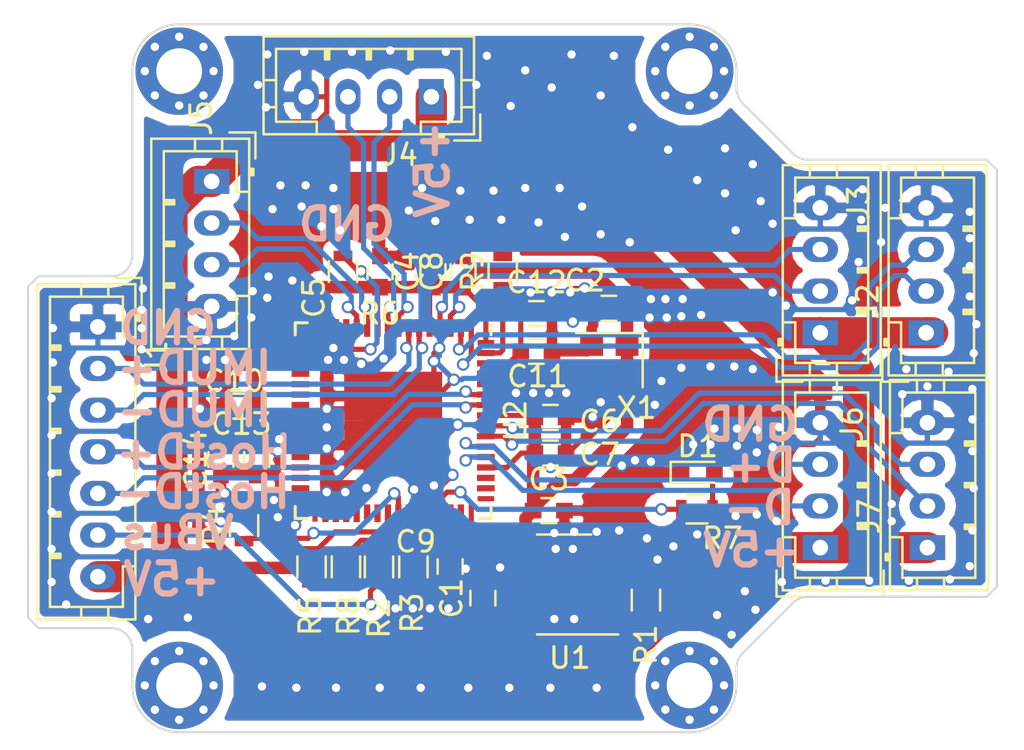
<source format=kicad_pcb>
(kicad_pcb (version 4) (host pcbnew 4.0.7)
  (layers (0 F.Cu signal) (31 B.Cu signal) (34 B.Paste user) (35 F.Paste user) (36 B.SilkS user) (37 F.SilkS user) (38 B.Mask user) (39 F.Mask user) (44 Edge.Cuts user))
  (net 0 "")
  (net 1 GND)
  (net 2 +5V)
  (net 3 +3V3)
  (net 4 "Net-(C11-Pad1)")
  (net 5 "Net-(C13-Pad1)")
  (net 6 "Net-(D1-Pad2)")
  (net 7 VBUS)
  (net 8 /HostD-)
  (net 9 /HostD+)
  (net 10 /Dev1D-)
  (net 11 /Dev1D+)
  (net 12 /Dev2D-)
  (net 13 /Dev2D+)
  (net 14 /Dev3D-)
  (net 15 /Dev3D+)
  (net 16 /Dev4D-)
  (net 17 /Dev4D+)
  (net 18 /Dev5D-)
  (net 19 /Dev5D+)
  (net 20 /Dev6D-)
  (net 21 /Dev6D+)
  (net 22 /Dev7D-)
  (net 23 /Dev7D+)
  (net 24 "Net-(R1-Pad2)")
  (net 25 "Net-(R5-Pad1)")
  (net 26 "Net-(R6-Pad1)")
  (net 27 "Net-(R7-Pad1)")
  (net 28 "Net-(R8-Pad1)")
  (net 29 "Net-(R9-Pad1)")
  (net 30 /Clock)
  (net 31 "Net-(R2-Pad2)")
  (net 32 "Net-(R4-Pad1)")
  (module Mounting_Holes:MountingHole_2.2mm_M2_Pad_Via (layer F.Cu) (at 152.48 118.82)
    (fp_text reference REF** hide)
    (fp_text value MountingHole_2.2mm_M2_Pad_Via hide)
    (pad 1 thru_hole circle (at 0 0) (size 4.2 4.2) (drill 2.2) (layers *.Cu *.Mask))
    (pad 1 thru_hole circle (at 1.65 0) (size 0.7 0.7) (drill 0.4) (layers *.Cu *.Mask))
    (pad 1 thru_hole circle (at 1.166726 1.166726) (size 0.7 0.7) (drill 0.4) (layers *.Cu *.Mask))
    (pad 1 thru_hole circle (at 0 1.65) (size 0.7 0.7) (drill 0.4) (layers *.Cu *.Mask))
    (pad 1 thru_hole circle (at -1.166726 1.166726) (size 0.7 0.7) (drill 0.4) (layers *.Cu *.Mask))
    (pad 1 thru_hole circle (at -1.65 0) (size 0.7 0.7) (drill 0.4) (layers *.Cu *.Mask))
    (pad 1 thru_hole circle (at -1.166726 -1.166726) (size 0.7 0.7) (drill 0.4) (layers *.Cu *.Mask))
    (pad 1 thru_hole circle (at 0 -1.65) (size 0.7 0.7) (drill 0.4) (layers *.Cu *.Mask))
    (pad 1 thru_hole circle (at 1.166726 -1.166726) (size 0.7 0.7) (drill 0.4) (layers *.Cu *.Mask))
  )
  (module Capacitors_SMD:C_0603 (layer F.Cu) (at 141.605 98.945 90)
    (fp_text reference C8 (at 0 -1.5 90) (layer F.SilkS))
    (fp_text value 0.1u)
    (pad 2 smd rect (at 0.75 0 90) (size 0.8 0.75) (layers F.Cu F.Paste F.Mask) (net 1 GND))
    (pad 1 smd rect (at -0.75 0 90) (size 0.8 0.75) (layers F.Cu F.Paste F.Mask) (net 3 +3V3))
  )
  (module Connectors_JST:JST_PH_B4B-PH-K_04x2.00mm_Straight (layer F.Cu) (at 140.081 90.551 180)
    (fp_text reference J4 (at 1.5 -2.8 180) (layer F.SilkS))
    (fp_text value Dev4)
    (pad 1 thru_hole rect (at 0 0 180) (size 1.2 1.7) (drill 0.75) (layers *.Cu *.Mask) (net 2 +5V))
    (pad 2 thru_hole oval (at 2 0 180) (size 1.2 1.7) (drill 0.75) (layers *.Cu *.Mask) (net 16 /Dev4D-))
    (pad 3 thru_hole oval (at 4 0 180) (size 1.2 1.7) (drill 0.75) (layers *.Cu *.Mask) (net 17 /Dev4D+))
    (pad 4 thru_hole oval (at 6 0 180) (size 1.2 1.7) (drill 0.75) (layers *.Cu *.Mask) (net 1 GND))
  )
  (module Connectors_JST:JST_PH_B4B-PH-K_04x2.00mm_Straight (layer F.Cu) (at 129.54 94.615 270)
    (fp_text reference J5 (at -3.048 0.508 270) (layer F.SilkS))
    (fp_text value Dev5)
    (pad 1 thru_hole rect (at 0 0 270) (size 1.2 1.7) (drill 0.75) (layers *.Cu *.Mask) (net 2 +5V))
    (pad 2 thru_hole oval (at 2 0 270) (size 1.2 1.7) (drill 0.75) (layers *.Cu *.Mask) (net 18 /Dev5D-))
    (pad 3 thru_hole oval (at 4 0 270) (size 1.2 1.7) (drill 0.75) (layers *.Cu *.Mask) (net 19 /Dev5D+))
    (pad 4 thru_hole oval (at 6 0 270) (size 1.2 1.7) (drill 0.75) (layers *.Cu *.Mask) (net 1 GND))
  )
  (module Capacitors_SMD:C_0603 (layer F.Cu) (at 140.16 98.945 90)
    (fp_text reference C4 (at 0 -1.2065 90) (layer F.SilkS))
    (fp_text value 0.1u)
    (pad 2 smd rect (at 0.75 0 90) (size 0.8 0.75) (layers F.Cu F.Paste F.Mask) (net 1 GND))
    (pad 1 smd rect (at -0.75 0 90) (size 0.8 0.75) (layers F.Cu F.Paste F.Mask) (net 3 +3V3))
  )
  (module Capacitors_SMD:C_0603 (layer F.Cu) (at 137.62 98.945 90)
    (fp_text reference C5 (at -1.258 -3.175 90) (layer F.SilkS))
    (fp_text value 0.1u)
    (pad 2 smd rect (at 0.75 0 90) (size 0.8 0.75) (layers F.Cu F.Paste F.Mask) (net 1 GND))
    (pad 1 smd rect (at -0.75 0 90) (size 0.8 0.75) (layers F.Cu F.Paste F.Mask) (net 3 +3V3))
  )
  (module Resistors_SMD:R_0603 (layer F.Cu) (at 135.842 98.945 270)
    (fp_text reference R6 (at 2.02 -1.778 360) (layer F.SilkS))
    (fp_text value 100k)
    (pad 1 smd rect (at -0.75 0 270) (size 0.5 0.9) (layers F.Cu F.Paste F.Mask) (net 26 "Net-(R6-Pad1)"))
    (pad 2 smd rect (at 0.75 0 270) (size 0.5 0.9) (layers F.Cu F.Paste F.Mask) (net 3 +3V3))
  )
  (module Resistors_SMD:R_0603 (layer F.Cu) (at 135.9845 113.13 270)
    (fp_text reference R8 (at 2.3375 -0.127 270) (layer F.SilkS))
    (fp_text value 100k)
    (pad 1 smd rect (at -0.75 0 270) (size 0.5 0.9) (layers F.Cu F.Paste F.Mask) (net 28 "Net-(R8-Pad1)"))
    (pad 2 smd rect (at 0.75 0 270) (size 0.5 0.9) (layers F.Cu F.Paste F.Mask) (net 3 +3V3))
  )
  (module Capacitors_SMD:C_0603 (layer F.Cu) (at 140.9855 113.1135 270)
    (fp_text reference C9 (at -1.1945 1.651 360) (layer F.SilkS))
    (fp_text value 0.1u)
    (pad 2 smd rect (at 0.75 0 270) (size 0.8 0.75) (layers F.Cu F.Paste F.Mask) (net 1 GND))
    (pad 1 smd rect (at -0.75 0 270) (size 0.8 0.75) (layers F.Cu F.Paste F.Mask) (net 3 +3V3))
  )
  (module Resistors_SMD:R_0603 (layer F.Cu) (at 137.572 113.13 90)
    (fp_text reference R2 (at -2.4645 0 90) (layer F.SilkS))
    (fp_text value 100k)
    (pad 1 smd rect (at -0.75 0 90) (size 0.5 0.9) (layers F.Cu F.Paste F.Mask) (net 7 VBUS))
    (pad 2 smd rect (at 0.75 0 90) (size 0.5 0.9) (layers F.Cu F.Paste F.Mask) (net 31 "Net-(R2-Pad2)"))
  )
  (module Resistors_SMD:R_0603 (layer F.Cu) (at 139.223 113.13 270)
    (fp_text reference R3 (at 2.2105 0.0635 270) (layer F.SilkS))
    (fp_text value 100k)
    (pad 1 smd rect (at -0.75 0 270) (size 0.5 0.9) (layers F.Cu F.Paste F.Mask) (net 31 "Net-(R2-Pad2)"))
    (pad 2 smd rect (at 0.75 0 270) (size 0.5 0.9) (layers F.Cu F.Paste F.Mask) (net 1 GND))
  )
  (module Resistors_SMD:R_0603 (layer F.Cu) (at 134.3335 113.13 270)
    (fp_text reference R5 (at 2.3375 0.0635 270) (layer F.SilkS))
    (fp_text value 100k)
    (pad 1 smd rect (at -0.75 0 270) (size 0.5 0.9) (layers F.Cu F.Paste F.Mask) (net 25 "Net-(R5-Pad1)"))
    (pad 2 smd rect (at 0.75 0 270) (size 0.5 0.9) (layers F.Cu F.Paste F.Mask) (net 3 +3V3))
  )
  (module USB2517:QFN-64-USB2517 (layer F.Cu) (at 138.25 106.105 270)
    (fp_text reference U2 (at 0 -5.875 270) (layer F.SilkS))
    (fp_text value USB2517)
    (pad 1 smd rect (at -4.45 -3.75 270) (size 0.85 0.25) (layers F.Cu F.Paste F.Mask) (net 10 /Dev1D-))
    (pad 2 smd rect (at -4.45 -3.25 270) (size 0.85 0.3) (layers F.Cu F.Paste F.Mask) (net 11 /Dev1D+))
    (pad 3 smd rect (at -4.45 -2.75 270) (size 0.85 0.3) (layers F.Cu F.Paste F.Mask) (net 12 /Dev2D-))
    (pad 4 smd rect (at -4.45 -2.25 270) (size 0.85 0.3) (layers F.Cu F.Paste F.Mask) (net 13 /Dev2D+))
    (pad 5 smd rect (at -4.45 -1.75 270) (size 0.85 0.3) (layers F.Cu F.Paste F.Mask) (net 3 +3V3))
    (pad 6 smd rect (at -4.45 -1.25 270) (size 0.85 0.3) (layers F.Cu F.Paste F.Mask) (net 14 /Dev3D-))
    (pad 7 smd rect (at -4.45 -0.75 270) (size 0.85 0.3) (layers F.Cu F.Paste F.Mask) (net 15 /Dev3D+))
    (pad 8 smd rect (at -4.45 -0.25 270) (size 0.85 0.3) (layers F.Cu F.Paste F.Mask) (net 16 /Dev4D-))
    (pad 9 smd rect (at -4.45 0.25 270) (size 0.85 0.3) (layers F.Cu F.Paste F.Mask) (net 17 /Dev4D+))
    (pad 10 smd rect (at -4.45 0.75 270) (size 0.85 0.3) (layers F.Cu F.Paste F.Mask) (net 3 +3V3))
    (pad 11 smd rect (at -4.45 1.25 270) (size 0.85 0.3) (layers F.Cu F.Paste F.Mask) (net 18 /Dev5D-))
    (pad 12 smd rect (at -4.45 1.75 270) (size 0.85 0.3) (layers F.Cu F.Paste F.Mask) (net 19 /Dev5D+))
    (pad 13 smd rect (at -4.45 2.25 270) (size 0.85 0.3) (layers F.Cu F.Paste F.Mask) (net 26 "Net-(R6-Pad1)"))
    (pad 14 smd rect (at -4.45 2.75 270) (size 0.85 0.3) (layers F.Cu F.Paste F.Mask))
    (pad 15 smd rect (at -4.45 3.25 270) (size 0.85 0.3) (layers F.Cu F.Paste F.Mask))
    (pad 16 smd rect (at -4.45 3.75 270) (size 0.8 0.3) (layers F.Cu F.Paste F.Mask))
    (pad 17 smd rect (at -3.75 4.45) (size 0.8 0.25) (layers F.Cu F.Paste F.Mask))
    (pad 18 smd rect (at -3.25 4.45) (size 0.85 0.3) (layers F.Cu F.Paste F.Mask))
    (pad 19 smd rect (at -2.75 4.45) (size 0.85 0.3) (layers F.Cu F.Paste F.Mask))
    (pad 20 smd rect (at -2.25 4.45) (size 0.85 0.3) (layers F.Cu F.Paste F.Mask))
    (pad 21 smd rect (at -1.75 4.45) (size 0.85 0.3) (layers F.Cu F.Paste F.Mask))
    (pad 22 smd rect (at -1.25 4.45) (size 0.85 0.3) (layers F.Cu F.Paste F.Mask))
    (pad 23 smd rect (at -0.75 4.45) (size 0.85 0.3) (layers F.Cu F.Paste F.Mask))
    (pad 24 smd rect (at -0.25 4.45) (size 0.85 0.3) (layers F.Cu F.Paste F.Mask) (net 3 +3V3))
    (pad 25 smd rect (at 0.25 4.45) (size 0.85 0.3) (layers F.Cu F.Paste F.Mask) (net 5 "Net-(C13-Pad1)"))
    (pad 26 smd rect (at 0.75 4.45) (size 0.85 0.3) (layers F.Cu F.Paste F.Mask))
    (pad 27 smd rect (at 1.25 4.45) (size 0.85 0.3) (layers F.Cu F.Paste F.Mask))
    (pad 28 smd rect (at 1.75 4.45) (size 0.85 0.3) (layers F.Cu F.Paste F.Mask))
    (pad 29 smd rect (at 2.25 4.45) (size 0.85 0.3) (layers F.Cu F.Paste F.Mask))
    (pad 30 smd rect (at 2.75 4.45) (size 0.85 0.3) (layers F.Cu F.Paste F.Mask))
    (pad 31 smd rect (at 3.25 4.45) (size 0.85 0.3) (layers F.Cu F.Paste F.Mask))
    (pad 32 smd rect (at 3.75 4.45) (size 0.85 0.25) (layers F.Cu F.Paste F.Mask))
    (pad 33 smd rect (at 4.45 3.75 270) (size 0.8 0.25) (layers F.Cu F.Paste F.Mask))
    (pad 34 smd rect (at 4.45 3.25 270) (size 0.85 0.3) (layers F.Cu F.Paste F.Mask))
    (pad 35 smd rect (at 4.45 2.75 270) (size 0.85 0.3) (layers F.Cu F.Paste F.Mask))
    (pad 36 smd rect (at 4.45 2.25 270) (size 0.85 0.3) (layers F.Cu F.Paste F.Mask))
    (pad 37 smd rect (at 4.45 1.75 270) (size 0.85 0.3) (layers F.Cu F.Paste F.Mask))
    (pad 38 smd rect (at 4.45 1.25 270) (size 0.85 0.3) (layers F.Cu F.Paste F.Mask))
    (pad 39 smd rect (at 4.45 0.75 270) (size 0.85 0.3) (layers F.Cu F.Paste F.Mask))
    (pad 40 smd rect (at 4.45 0.25 270) (size 0.85 0.3) (layers F.Cu F.Paste F.Mask))
    (pad 41 smd rect (at 4.45 -0.25 270) (size 0.85 0.3) (layers F.Cu F.Paste F.Mask) (net 32 "Net-(R4-Pad1)"))
    (pad 42 smd rect (at 4.45 -0.75 270) (size 0.85 0.3) (layers F.Cu F.Paste F.Mask) (net 25 "Net-(R5-Pad1)"))
    (pad 43 smd rect (at 4.45 -1.25 270) (size 0.85 0.3) (layers F.Cu F.Paste F.Mask) (net 28 "Net-(R8-Pad1)"))
    (pad 44 smd rect (at 4.45 -1.75 270) (size 0.85 0.3) (layers F.Cu F.Paste F.Mask) (net 31 "Net-(R2-Pad2)"))
    (pad 45 smd rect (at 4.45 -2.25 270) (size 0.85 0.3) (layers F.Cu F.Paste F.Mask) (net 27 "Net-(R7-Pad1)"))
    (pad 46 smd rect (at 4.45 -2.75 270) (size 0.85 0.3) (layers F.Cu F.Paste F.Mask) (net 3 +3V3))
    (pad 47 smd rect (at 4.45 -3.25 270) (size 0.85 0.3) (layers F.Cu F.Paste F.Mask))
    (pad 48 smd rect (at 4.45 -3.75 270) (size 0.85 0.25) (layers F.Cu F.Paste F.Mask))
    (pad 49 smd rect (at 3.75 -4.45) (size 0.8 0.25) (layers F.Cu F.Paste F.Mask))
    (pad 50 smd rect (at 3.25 -4.45) (size 0.85 0.3) (layers F.Cu F.Paste F.Mask))
    (pad 51 smd rect (at 2.75 -4.45) (size 0.85 0.3) (layers F.Cu F.Paste F.Mask))
    (pad 52 smd rect (at 2.25 -4.45) (size 0.85 0.3) (layers F.Cu F.Paste F.Mask) (net 3 +3V3))
    (pad 53 smd rect (at 1.75 -4.45) (size 0.85 0.3) (layers F.Cu F.Paste F.Mask) (net 20 /Dev6D-))
    (pad 54 smd rect (at 1.25 -4.45) (size 0.85 0.3) (layers F.Cu F.Paste F.Mask) (net 21 /Dev6D+))
    (pad 55 smd rect (at 0.75 -4.45) (size 0.85 0.3) (layers F.Cu F.Paste F.Mask) (net 22 /Dev7D-))
    (pad 56 smd rect (at 0.25 -4.45) (size 0.85 0.3) (layers F.Cu F.Paste F.Mask) (net 23 /Dev7D+))
    (pad 57 smd rect (at -0.25 -4.45) (size 0.85 0.3) (layers F.Cu F.Paste F.Mask) (net 3 +3V3))
    (pad 58 smd rect (at -0.75 -4.45) (size 0.85 0.3) (layers F.Cu F.Paste F.Mask) (net 8 /HostD-))
    (pad 59 smd rect (at -1.25 -4.45) (size 0.85 0.3) (layers F.Cu F.Paste F.Mask) (net 9 /HostD+))
    (pad 60 smd rect (at -1.75 -4.45) (size 0.85 0.3) (layers F.Cu F.Paste F.Mask))
    (pad 61 smd rect (at -2.25 -4.45) (size 0.85 0.3) (layers F.Cu F.Paste F.Mask) (net 30 /Clock))
    (pad 62 smd rect (at -2.75 -4.45) (size 0.85 0.3) (layers F.Cu F.Paste F.Mask) (net 4 "Net-(C11-Pad1)"))
    (pad 63 smd rect (at -3.25 -4.45) (size 0.85 0.3) (layers F.Cu F.Paste F.Mask) (net 29 "Net-(R9-Pad1)"))
    (pad 64 smd rect (at -3.75 -4.45) (size 0.8 0.25) (layers F.Cu F.Paste F.Mask) (net 3 +3V3))
    (pad 65 smd rect (at -1.175 -1.175 270) (size 2.35 2.35) (layers F.Cu F.Paste F.Mask) (net 1 GND))
    (pad 65 smd rect (at 1.175 -1.175 270) (size 2.35 2.35) (layers F.Cu F.Paste F.Mask) (net 1 GND))
    (pad 65 smd rect (at -1.175 1.175 270) (size 2.35 2.35) (layers F.Cu F.Paste F.Mask) (net 1 GND))
    (pad 65 smd rect (at 1.175 1.175 270) (size 2.35 2.35) (layers F.Cu F.Paste F.Mask) (net 1 GND))
  )
  (module Resistors_SMD:R_0603 (layer F.Cu) (at 143.51 98.945 90)
    (fp_text reference R9 (at 0 -1.45 90) (layer F.SilkS))
    (fp_text value 12k)
    (pad 1 smd rect (at -0.75 0 90) (size 0.5 0.9) (layers F.Cu F.Paste F.Mask) (net 29 "Net-(R9-Pad1)"))
    (pad 2 smd rect (at 0.75 0 90) (size 0.5 0.9) (layers F.Cu F.Paste F.Mask) (net 1 GND))
  )
  (module Capacitors_SMD:C_0603 (layer F.Cu) (at 145.7995 105.95)
    (fp_text reference C6 (at 2.3615 0.1905) (layer F.SilkS))
    (fp_text value 0.1u)
    (pad 2 smd rect (at 0.75 0) (size 0.8 0.75) (layers F.Cu F.Paste F.Mask) (net 1 GND))
    (pad 1 smd rect (at -0.75 0) (size 0.8 0.75) (layers F.Cu F.Paste F.Mask) (net 3 +3V3))
  )
  (module Capacitors_SMD:C_0603 (layer F.Cu) (at 145.125 102.775)
    (fp_text reference C11 (at 0.0515 1.2065) (layer F.SilkS))
    (fp_text value 0.1u)
    (pad 2 smd rect (at 0.75 0) (size 0.8 0.75) (layers F.Cu F.Paste F.Mask) (net 1 GND))
    (pad 1 smd rect (at -0.75 0) (size 0.8 0.75) (layers F.Cu F.Paste F.Mask) (net 4 "Net-(C11-Pad1)"))
  )
  (module Capacitors_SMD:C_0603 (layer F.Cu) (at 145.125 100.965)
    (fp_text reference C12 (at 0 -1.5) (layer F.SilkS))
    (fp_text value 1.0u)
    (pad 2 smd rect (at 0.75 0) (size 0.8 0.75) (layers F.Cu F.Paste F.Mask) (net 1 GND))
    (pad 1 smd rect (at -0.75 0) (size 0.8 0.75) (layers F.Cu F.Paste F.Mask) (net 4 "Net-(C11-Pad1)"))
  )
  (module Capacitors_SMD:C_0603 (layer F.Cu) (at 148.602 100.711 180)
    (fp_text reference C2 (at 1.155 1.3335 180) (layer F.SilkS))
    (fp_text value 0.01u)
    (pad 2 smd rect (at 0.75 0 180) (size 0.8 0.75) (layers F.Cu F.Paste F.Mask) (net 1 GND))
    (pad 1 smd rect (at -0.75 0 180) (size 0.8 0.75) (layers F.Cu F.Paste F.Mask) (net 3 +3V3))
  )
  (module Oscillators:Oscillator_SMD_SeikoEpson_SG210-4pin_2.5x2.0mm (layer F.Cu) (at 148.6272 103.1979 180)
    (fp_text reference X1 (at -1.309 -2.301 180) (layer F.SilkS))
    (fp_text value SG-210STF)
    (pad 1 smd rect (at -0.85 0.65 180) (size 1.1 0.9) (layers F.Cu F.Paste F.Mask) (net 3 +3V3))
    (pad 2 smd rect (at 0.85 0.65 180) (size 1.1 0.9) (layers F.Cu F.Paste F.Mask) (net 1 GND))
    (pad 3 smd rect (at 0.85 -0.65 180) (size 1.1 0.9) (layers F.Cu F.Paste F.Mask) (net 30 /Clock))
    (pad 4 smd rect (at -0.85 -0.65 180) (size 1.1 0.9) (layers F.Cu F.Paste F.Mask) (net 3 +3V3))
  )
  (module Connectors_JST:JST_PH_B4B-PH-K_04x2.00mm_Straight (layer F.Cu) (at 158.7505 101.885 90)
    (fp_text reference J3 (at 6.223 1.8415 90) (layer F.SilkS))
    (fp_text value Dev2)
    (pad 1 thru_hole rect (at 0 0 90) (size 1.2 1.7) (drill 0.75) (layers *.Cu *.Mask) (net 2 +5V))
    (pad 2 thru_hole oval (at 2 0 90) (size 1.2 1.7) (drill 0.75) (layers *.Cu *.Mask) (net 12 /Dev2D-))
    (pad 3 thru_hole oval (at 4 0 90) (size 1.2 1.7) (drill 0.75) (layers *.Cu *.Mask) (net 13 /Dev2D+))
    (pad 4 thru_hole oval (at 6 0 90) (size 1.2 1.7) (drill 0.75) (layers *.Cu *.Mask) (net 1 GND))
  )
  (module LEDs:LED_0603 (layer F.Cu) (at 152.87 108.585)
    (fp_text reference D1 (at 0 -1.25) (layer F.SilkS))
    (fp_text value LED)
    (pad 2 smd rect (at 0.8 0 180) (size 0.8 0.8) (layers F.Cu F.Paste F.Mask) (net 6 "Net-(D1-Pad2)"))
    (pad 1 smd rect (at -0.8 0 180) (size 0.8 0.8) (layers F.Cu F.Paste F.Mask) (net 1 GND))
  )
  (module Connectors_JST:JST_PH_B4B-PH-K_04x2.00mm_Straight (layer F.Cu) (at 163.83 101.885 90)
    (fp_text reference J2 (at 1.5 -2.8 90) (layer F.SilkS))
    (fp_text value Dev1)
    (pad 1 thru_hole rect (at 0 0 90) (size 1.2 1.7) (drill 0.75) (layers *.Cu *.Mask) (net 2 +5V))
    (pad 2 thru_hole oval (at 2 0 90) (size 1.2 1.7) (drill 0.75) (layers *.Cu *.Mask) (net 10 /Dev1D-))
    (pad 3 thru_hole oval (at 4 0 90) (size 1.2 1.7) (drill 0.75) (layers *.Cu *.Mask) (net 11 /Dev1D+))
    (pad 4 thru_hole oval (at 6 0 90) (size 1.2 1.7) (drill 0.75) (layers *.Cu *.Mask) (net 1 GND))
  )
  (module Connectors_JST:JST_PH_B4B-PH-K_04x2.00mm_Straight (layer F.Cu) (at 163.8935 112.2045 90)
    (fp_text reference J7 (at 1.5 -2.8 90) (layer F.SilkS))
    (fp_text value Dev7)
    (pad 1 thru_hole rect (at 0 0 90) (size 1.2 1.7) (drill 0.75) (layers *.Cu *.Mask) (net 2 +5V))
    (pad 2 thru_hole oval (at 2 0 90) (size 1.2 1.7) (drill 0.75) (layers *.Cu *.Mask) (net 22 /Dev7D-))
    (pad 3 thru_hole oval (at 4 0 90) (size 1.2 1.7) (drill 0.75) (layers *.Cu *.Mask) (net 23 /Dev7D+))
    (pad 4 thru_hole oval (at 6 0 90) (size 1.2 1.7) (drill 0.75) (layers *.Cu *.Mask) (net 1 GND))
  )
  (module Connectors_JST:JST_PH_B4B-PH-K_04x2.00mm_Straight (layer F.Cu) (at 158.75 112.2045 90)
    (fp_text reference J6 (at 5.9365 1.524 90) (layer F.SilkS))
    (fp_text value Dev6)
    (pad 1 thru_hole rect (at 0 0 90) (size 1.2 1.7) (drill 0.75) (layers *.Cu *.Mask) (net 2 +5V))
    (pad 2 thru_hole oval (at 2 0 90) (size 1.2 1.7) (drill 0.75) (layers *.Cu *.Mask) (net 20 /Dev6D-))
    (pad 3 thru_hole oval (at 4 0 90) (size 1.2 1.7) (drill 0.75) (layers *.Cu *.Mask) (net 21 /Dev6D+))
    (pad 4 thru_hole oval (at 6 0 90) (size 1.2 1.7) (drill 0.75) (layers *.Cu *.Mask) (net 1 GND))
  )
  (module Resistors_SMD:R_0603 (layer F.Cu) (at 152.8325 110.363)
    (fp_text reference R7 (at 1.2185 1.397) (layer F.SilkS))
    (fp_text value 1k)
    (pad 1 smd rect (at -0.75 0) (size 0.5 0.9) (layers F.Cu F.Paste F.Mask) (net 27 "Net-(R7-Pad1)"))
    (pad 2 smd rect (at 0.75 0) (size 0.5 0.9) (layers F.Cu F.Paste F.Mask) (net 6 "Net-(D1-Pad2)"))
  )
  (module Capacitors_SMD:C_0603 (layer F.Cu) (at 129.9845 107.97 270)
    (fp_text reference C14 (at 0.012 1.2065 270) (layer F.SilkS))
    (fp_text value 1.0u)
    (pad 2 smd rect (at 0.75 0 270) (size 0.8 0.75) (layers F.Cu F.Paste F.Mask) (net 1 GND))
    (pad 1 smd rect (at -0.75 0 270) (size 0.8 0.75) (layers F.Cu F.Paste F.Mask) (net 5 "Net-(C13-Pad1)"))
  )
  (module Resistors_SMD:R_0603 (layer F.Cu) (at 131.0955 111.145 90)
    (fp_text reference R4 (at 0 -1.45 90) (layer F.SilkS))
    (fp_text value 100k)
    (pad 1 smd rect (at -0.75 0 90) (size 0.5 0.9) (layers F.Cu F.Paste F.Mask) (net 32 "Net-(R4-Pad1)"))
    (pad 2 smd rect (at 0.75 0 90) (size 0.5 0.9) (layers F.Cu F.Paste F.Mask) (net 1 GND))
  )
  (module Capacitors_SMD:C_0603 (layer F.Cu) (at 130.925 105.41 180)
    (fp_text reference C10 (at 0.3055 1.2065 180) (layer F.SilkS))
    (fp_text value 0.1u)
    (pad 2 smd rect (at 0.75 0 180) (size 0.8 0.75) (layers F.Cu F.Paste F.Mask) (net 1 GND))
    (pad 1 smd rect (at -0.75 0 180) (size 0.8 0.75) (layers F.Cu F.Paste F.Mask) (net 3 +3V3))
  )
  (module Capacitors_SMD:C_0603 (layer F.Cu) (at 131.699 107.97 270)
    (fp_text reference C13 (at -1.7025 0.738 540) (layer F.SilkS))
    (fp_text value 0.1u)
    (pad 2 smd rect (at 0.75 0 270) (size 0.8 0.75) (layers F.Cu F.Paste F.Mask) (net 1 GND))
    (pad 1 smd rect (at -0.75 0 270) (size 0.8 0.75) (layers F.Cu F.Paste F.Mask) (net 5 "Net-(C13-Pad1)"))
  )
  (module Capacitors_SMD:C_0603 (layer F.Cu) (at 145.7995 107.6645)
    (fp_text reference C7 (at 2.3615 0.0635) (layer F.SilkS))
    (fp_text value 0.1u)
    (pad 2 smd rect (at 0.75 0) (size 0.8 0.75) (layers F.Cu F.Paste F.Mask) (net 1 GND))
    (pad 1 smd rect (at -0.75 0) (size 0.8 0.75) (layers F.Cu F.Paste F.Mask) (net 3 +3V3))
  )
  (module Capacitors_SMD:C_0603 (layer F.Cu) (at 142.5575 114.6295 90)
    (fp_text reference C1 (at 0 -1.5 90) (layer F.SilkS))
    (fp_text value 0.33u)
    (pad 2 smd rect (at 0.75 0 90) (size 0.8 0.75) (layers F.Cu F.Paste F.Mask) (net 1 GND))
    (pad 1 smd rect (at -0.75 0 90) (size 0.8 0.75) (layers F.Cu F.Paste F.Mask) (net 2 +5V))
  )
  (module Resistors_SMD:R_0603 (layer F.Cu) (at 150.3835 114.725 90)
    (fp_text reference R1 (at -2.147 0 90) (layer F.SilkS))
    (fp_text value 2k)
    (pad 1 smd rect (at -0.75 0 90) (size 0.5 0.9) (layers F.Cu F.Paste F.Mask) (net 2 +5V))
    (pad 2 smd rect (at 0.75 0 90) (size 0.5 0.9) (layers F.Cu F.Paste F.Mask) (net 24 "Net-(R1-Pad2)"))
  )
  (module TO_SOT_Packages_SMD:SOT-89-5_Housing (layer F.Cu) (at 146.455 113.975 180)
    (fp_text reference U1 (at -0.275 -3.525 180) (layer F.SilkS))
    (fp_text value NJM2884U1-33)
    (pad 2 smd trapezoid (at 0.775 0 90) (size 1.5 0.75) (rect_delta 0 0.5) (layers F.Cu F.Paste F.Mask) (net 1 GND))
    (pad 5 smd rect (at 1.85 -1.5 90) (size 0.7 1.5) (layers F.Cu F.Paste F.Mask) (net 2 +5V))
    (pad 4 smd rect (at 1.85 1.5 90) (size 0.7 1.5) (layers F.Cu F.Paste F.Mask) (net 3 +3V3))
    (pad 1 smd rect (at -1.85 -1.5 90) (size 0.7 1.5) (layers F.Cu F.Paste F.Mask) (net 24 "Net-(R1-Pad2)"))
    (pad 2 smd rect (at -1.85 0 90) (size 1 1.5) (layers F.Cu F.Paste F.Mask) (net 1 GND))
    (pad 3 smd rect (at -1.85 1.5 90) (size 0.7 1.5) (layers F.Cu F.Paste F.Mask))
    (pad 2 smd rect (at 1.85 0 90) (size 1 1.5) (layers F.Cu F.Paste F.Mask) (net 1 GND))
    (pad 2 smd trapezoid (at -0.775 0 270) (size 1.5 0.75) (rect_delta 0 0.5) (layers F.Cu F.Paste F.Mask) (net 1 GND))
    (pad 2 smd rect (at 0 0 90) (size 2 0.8) (layers F.Cu F.Paste F.Mask) (net 1 GND))
  )
  (module Connectors_JST:JST_PH_B7B-PH-K_07x2.00mm_Straight (layer F.Cu) (at 124.079 101.6015 270)
    (fp_text reference J1 (at 1.5 -2.8 270) (layer F.SilkS))
    (fp_text value Host-IMU)
    (pad 1 thru_hole rect (at 0 0 270) (size 1.2 1.7) (drill 0.75) (layers *.Cu *.Mask) (net 1 GND))
    (pad 2 thru_hole oval (at 2 0 270) (size 1.2 1.7) (drill 0.75) (layers *.Cu *.Mask) (net 15 /Dev3D+))
    (pad 3 thru_hole oval (at 4 0 270) (size 1.2 1.7) (drill 0.75) (layers *.Cu *.Mask) (net 14 /Dev3D-))
    (pad 4 thru_hole oval (at 6 0 270) (size 1.2 1.7) (drill 0.75) (layers *.Cu *.Mask) (net 9 /HostD+))
    (pad 5 thru_hole oval (at 8 0 270) (size 1.2 1.7) (drill 0.75) (layers *.Cu *.Mask) (net 8 /HostD-))
    (pad 6 thru_hole oval (at 10 0 270) (size 1.2 1.7) (drill 0.75) (layers *.Cu *.Mask) (net 7 VBUS))
    (pad 7 thru_hole oval (at 12 0 270) (size 1.2 1.7) (drill 0.75) (layers *.Cu *.Mask) (net 2 +5V))
  )
  (module Mounting_Holes:MountingHole_2.2mm_M2_Pad_Via (layer F.Cu) (at 127.98 118.823274)
    (fp_text reference REF** hide)
    (fp_text value MountingHole_2.2mm_M2_Pad_Via hide)
    (pad 1 thru_hole circle (at 0 0) (size 4.2 4.2) (drill 2.2) (layers *.Cu *.Mask))
    (pad 1 thru_hole circle (at 1.65 0) (size 0.7 0.7) (drill 0.4) (layers *.Cu *.Mask))
    (pad 1 thru_hole circle (at 1.166726 1.166726) (size 0.7 0.7) (drill 0.4) (layers *.Cu *.Mask))
    (pad 1 thru_hole circle (at 0 1.65) (size 0.7 0.7) (drill 0.4) (layers *.Cu *.Mask))
    (pad 1 thru_hole circle (at -1.166726 1.166726) (size 0.7 0.7) (drill 0.4) (layers *.Cu *.Mask))
    (pad 1 thru_hole circle (at -1.65 0) (size 0.7 0.7) (drill 0.4) (layers *.Cu *.Mask))
    (pad 1 thru_hole circle (at -1.166726 -1.166726) (size 0.7 0.7) (drill 0.4) (layers *.Cu *.Mask))
    (pad 1 thru_hole circle (at 0 -1.65) (size 0.7 0.7) (drill 0.4) (layers *.Cu *.Mask))
    (pad 1 thru_hole circle (at 1.166726 -1.166726) (size 0.7 0.7) (drill 0.4) (layers *.Cu *.Mask))
  )
  (module Mounting_Holes:MountingHole_2.2mm_M2_Pad_Via (layer F.Cu) (at 127.98 89.32)
    (fp_text reference REF** hide)
    (fp_text value MountingHole_2.2mm_M2_Pad_Via hide)
    (pad 1 thru_hole circle (at 0 0) (size 4.2 4.2) (drill 2.2) (layers *.Cu *.Mask))
    (pad 1 thru_hole circle (at 1.65 0) (size 0.7 0.7) (drill 0.4) (layers *.Cu *.Mask))
    (pad 1 thru_hole circle (at 1.166726 1.166726) (size 0.7 0.7) (drill 0.4) (layers *.Cu *.Mask))
    (pad 1 thru_hole circle (at 0 1.65) (size 0.7 0.7) (drill 0.4) (layers *.Cu *.Mask))
    (pad 1 thru_hole circle (at -1.166726 1.166726) (size 0.7 0.7) (drill 0.4) (layers *.Cu *.Mask))
    (pad 1 thru_hole circle (at -1.65 0) (size 0.7 0.7) (drill 0.4) (layers *.Cu *.Mask))
    (pad 1 thru_hole circle (at -1.166726 -1.166726) (size 0.7 0.7) (drill 0.4) (layers *.Cu *.Mask))
    (pad 1 thru_hole circle (at 0 -1.65) (size 0.7 0.7) (drill 0.4) (layers *.Cu *.Mask))
    (pad 1 thru_hole circle (at 1.166726 -1.166726) (size 0.7 0.7) (drill 0.4) (layers *.Cu *.Mask))
  )
  (module Mounting_Holes:MountingHole_2.2mm_M2_Pad_Via (layer F.Cu) (at 152.48 89.32)
    (fp_text reference REF** hide)
    (fp_text value MountingHole_2.2mm_M2_Pad_Via hide)
    (pad 1 thru_hole circle (at 0 0) (size 4.2 4.2) (drill 2.2) (layers *.Cu *.Mask))
    (pad 1 thru_hole circle (at 1.65 0) (size 0.7 0.7) (drill 0.4) (layers *.Cu *.Mask))
    (pad 1 thru_hole circle (at 1.166726 1.166726) (size 0.7 0.7) (drill 0.4) (layers *.Cu *.Mask))
    (pad 1 thru_hole circle (at 0 1.65) (size 0.7 0.7) (drill 0.4) (layers *.Cu *.Mask))
    (pad 1 thru_hole circle (at -1.166726 1.166726) (size 0.7 0.7) (drill 0.4) (layers *.Cu *.Mask))
    (pad 1 thru_hole circle (at -1.65 0) (size 0.7 0.7) (drill 0.4) (layers *.Cu *.Mask))
    (pad 1 thru_hole circle (at -1.166726 -1.166726) (size 0.7 0.7) (drill 0.4) (layers *.Cu *.Mask))
    (pad 1 thru_hole circle (at 0 -1.65) (size 0.7 0.7) (drill 0.4) (layers *.Cu *.Mask))
    (pad 1 thru_hole circle (at 1.166726 -1.166726) (size 0.7 0.7) (drill 0.4) (layers *.Cu *.Mask))
  )
  (module Capacitors_SMD:C_0603 (layer F.Cu) (at 145.7205 110.4265)
    (fp_text reference C3 (at 0 -1.5) (layer F.SilkS))
    (fp_text value 2.2u)
    (pad 2 smd rect (at 0.75 0) (size 0.8 0.75) (layers F.Cu F.Paste F.Mask) (net 1 GND))
    (pad 1 smd rect (at -0.75 0) (size 0.8 0.75) (layers F.Cu F.Paste F.Mask) (net 3 +3V3))
  )
  (gr_arc (start 124.73 98.17) (end 124.73 99.17) (angle -90) (layer Edge.Cuts) (width 0.1))
  (gr_line (start 127.98 118.32) (end 127.98 119.32) (layer F.SilkS) (width 0.1))
  (gr_line (start 127.48 118.82) (end 128.48 118.82) (layer F.SilkS) (width 0.1))
  (gr_line (start 152.48 118.32) (end 152.48 119.32) (layer F.SilkS) (width 0.1))
  (gr_line (start 151.98 118.82) (end 152.98 118.82) (layer F.SilkS) (width 0.1))
  (gr_line (start 152.48 88.82) (end 152.48 89.82) (layer F.SilkS) (width 0.1))
  (gr_line (start 151.98 89.32) (end 152.98 89.32) (layer F.SilkS) (width 0.1))
  (gr_line (start 127.98 88.82) (end 127.98 89.82) (layer F.SilkS) (width 0.1))
  (gr_line (start 127.48 89.32) (end 128.48 89.32) (layer F.SilkS) (width 0.1))
  (gr_arc (start 152.48 89.32) (end 154.73 89.32) (angle -90) (layer Edge.Cuts) (width 0.1))
  (gr_arc (start 152.48 118.82) (end 152.48 121.07) (angle -90) (layer Edge.Cuts) (width 0.1))
  (gr_arc (start 127.98 89.32) (end 127.98 87.07) (angle -90) (layer Edge.Cuts) (width 0.1))
  (gr_arc (start 127.98 118.82) (end 125.73 118.82) (angle -90) (layer Edge.Cuts) (width 0.1))
  (gr_line (start 125.73 117.07) (end 125.73 118.82) (layer Edge.Cuts) (width 0.1))
  (gr_line (start 127.98 121.07) (end 152.48 121.07) (layer Edge.Cuts) (width 0.1))
  (gr_line (start 154.73 118.82) (end 154.73 117.984214) (layer Edge.Cuts) (width 0.1))
  (gr_arc (start 155.73 117.984214) (end 155.022893 117.277107) (angle -45) (layer Edge.Cuts) (width 0.1))
  (gr_line (start 155.022893 117.277107) (end 157.437107 114.862893) (layer Edge.Cuts) (width 0.1))
  (gr_arc (start 158.144214 115.57) (end 158.144214 114.57) (angle -45) (layer Edge.Cuts) (width 0.1))
  (gr_line (start 158.144214 114.57) (end 166.73 114.57) (layer Edge.Cuts) (width 0.1))
  (gr_line (start 166.73 114.57) (end 167.23 114.07) (layer Edge.Cuts) (width 0.1))
  (gr_line (start 167.23 114.07) (end 167.23 94.07) (layer Edge.Cuts) (width 0.1))
  (gr_line (start 167.23 94.07) (end 166.73 93.57) (layer Edge.Cuts) (width 0.1))
  (gr_line (start 166.73 93.57) (end 158.144214 93.57) (layer Edge.Cuts) (width 0.1))
  (gr_arc (start 158.144214 92.57) (end 157.437107 93.277107) (angle -45) (layer Edge.Cuts) (width 0.1))
  (gr_line (start 157.437107 93.277107) (end 155.022893 90.862893) (layer Edge.Cuts) (width 0.1))
  (gr_arc (start 155.73 90.155786) (end 154.73 90.155786) (angle -45) (layer Edge.Cuts) (width 0.1))
  (gr_line (start 154.73 90.155786) (end 154.73 89.32) (layer Edge.Cuts) (width 0.1))
  (gr_line (start 152.48 87.07) (end 127.98 87.07) (layer Edge.Cuts) (width 0.1))
  (gr_line (start 125.73 89.32) (end 125.73 98.17) (layer Edge.Cuts) (width 0.1))
  (gr_arc (start 124.73 117.07) (end 125.73 117.07) (angle -90) (layer Edge.Cuts) (width 0.1))
  (gr_line (start 121.23 116.07) (end 124.73 116.07) (layer Edge.Cuts) (width 0.1))
  (gr_line (start 124.73 99.17) (end 121.23 99.17) (layer Edge.Cuts) (width 0.1))
  (gr_line (start 120.73 115.57) (end 121.23 116.07) (layer Edge.Cuts) (width 0.1))
  (gr_line (start 120.73 99.67) (end 121.23 99.17) (layer Edge.Cuts) (width 0.1))
  (gr_line (start 120.73 99.67) (end 120.73 115.57) (layer Edge.Cuts) (width 0.1))
  (gr_text +5V (at 140.1445 94.0435 90) (layer B.SilkS) (effects (font (size 1.5 1.5) (thickness 0.3)) (justify mirror)))
  (gr_text GND (at 136.0325 96.679) (layer B.SilkS) (effects (font (size 1.5 1.5) (thickness 0.3)) (justify mirror)))
  (gr_text +5V (at 155.448 112.3315) (layer B.SilkS) (effects (font (size 1.5 1.5) (thickness 0.3)) (justify mirror)))
  (gr_text D- (at 155.829 110.2995) (layer B.SilkS) (effects (font (size 1.5 1.5) (thickness 0.3)) (justify mirror)))
  (gr_text D+ (at 155.8925 108.2675) (layer B.SilkS) (effects (font (size 1.5 1.5) (thickness 0.3)) (justify mirror)))
  (gr_text GND (at 155.3845 106.299) (layer B.SilkS) (effects (font (size 1.5 1.5) (thickness 0.3)) (justify mirror)))
  (gr_text +5V (at 127.635 113.7285) (layer B.SilkS) (effects (font (size 1.5 1.5) (thickness 0.3)) (justify mirror)))
  (gr_text VBus (at 127.889 111.506) (layer B.SilkS) (effects (font (size 1.5 1.5) (thickness 0.3)) (justify mirror)))
  (gr_text HostD- (at 129.0955 109.5375) (layer B.SilkS) (effects (font (size 1.5 1.5) (thickness 0.3)) (justify mirror)))
  (gr_text HostD+ (at 129.159 107.6325) (layer B.SilkS) (effects (font (size 1.5 1.5) (thickness 0.3)) (justify mirror)))
  (gr_text IMUD- (at 128.7145 105.6005) (layer B.SilkS) (effects (font (size 1.5 1.5) (thickness 0.3)) (justify mirror)))
  (gr_text IMUD+ (at 128.7145 103.5685) (layer B.SilkS) (effects (font (size 1.5 1.5) (thickness 0.3)) (justify mirror)))
  (gr_text GND (at 127.4445 101.6635) (layer B.SilkS) (effects (font (size 1.5 1.5) (thickness 0.3)) (justify mirror)))
  (segment (start 162.179 110.109) (end 162.179 110.9345) (width 0.25) (layer B.Cu) (net 1))
  (via (at 162.179 110.9345) (size 0.6) (drill 0.4) (layers F.Cu B.Cu) (net 1))
  (segment (start 162.56 104.8385) (end 162.179 105.2195) (width 0.25) (layer F.Cu) (net 1))
  (segment (start 162.179 105.2195) (end 162.179 110.109) (width 0.25) (layer F.Cu) (net 1))
  (via (at 162.179 110.109) (size 0.6) (drill 0.4) (layers F.Cu B.Cu) (net 1))
  (segment (start 162.687 104.8385) (end 162.56 104.8385) (width 0.25) (layer F.Cu) (net 1))
  (segment (start 157.607 107.188) (end 158.75 107.188) (width 0.25) (layer B.Cu) (net 1))
  (segment (start 158.75 107.188) (end 159.8295 107.188) (width 0.25) (layer B.Cu) (net 1))
  (segment (start 158.75 106.2045) (end 158.75 107.188) (width 0.25) (layer B.Cu) (net 1))
  (segment (start 159.8295 107.188) (end 159.9565 107.061) (width 0.25) (layer B.Cu) (net 1))
  (segment (start 157.4165 107.3785) (end 157.607 107.188) (width 0.25) (layer B.Cu) (net 1))
  (segment (start 156.464 107.3785) (end 157.4165 107.3785) (width 0.25) (layer B.Cu) (net 1))
  (segment (start 159.1 106.2045) (end 159.9565 107.061) (width 1) (layer B.Cu) (net 1))
  (segment (start 158.75 106.2045) (end 159.1 106.2045) (width 1) (layer B.Cu) (net 1))
  (segment (start 153.797 115.443) (end 153.9875 115.443) (width 0.25) (layer F.Cu) (net 1))
  (segment (start 153.9875 115.443) (end 155.1305 114.3) (width 0.25) (layer F.Cu) (net 1))
  (via (at 155.1305 114.3) (size 0.6) (drill 0.4) (layers F.Cu B.Cu) (net 1))
  (segment (start 154.4955 116.3955) (end 153.797 115.697) (width 0.25) (layer B.Cu) (net 1))
  (segment (start 153.797 115.697) (end 153.797 115.443) (width 0.25) (layer B.Cu) (net 1))
  (via (at 153.797 115.443) (size 0.6) (drill 0.4) (layers F.Cu B.Cu) (net 1))
  (segment (start 155.6385 115.189) (end 155.6385 115.2525) (width 0.25) (layer F.Cu) (net 1))
  (segment (start 155.6385 115.2525) (end 154.4955 116.3955) (width 0.25) (layer F.Cu) (net 1))
  (via (at 154.4955 116.3955) (size 0.6) (drill 0.4) (layers F.Cu B.Cu) (net 1))
  (segment (start 156.9085 113.8555) (end 155.6385 115.1255) (width 0.25) (layer B.Cu) (net 1))
  (segment (start 155.6385 115.1255) (end 155.6385 115.189) (width 0.25) (layer B.Cu) (net 1))
  (via (at 155.6385 115.189) (size 0.6) (drill 0.4) (layers F.Cu B.Cu) (net 1))
  (segment (start 159.004 113.792) (end 156.972 113.792) (width 0.25) (layer F.Cu) (net 1))
  (segment (start 156.972 113.792) (end 156.9085 113.8555) (width 0.25) (layer F.Cu) (net 1))
  (via (at 156.9085 113.8555) (size 0.6) (drill 0.4) (layers F.Cu B.Cu) (net 1))
  (segment (start 161.0995 113.792) (end 159.004 113.792) (width 0.25) (layer B.Cu) (net 1))
  (via (at 159.004 113.792) (size 0.6) (drill 0.4) (layers F.Cu B.Cu) (net 1))
  (segment (start 163.0045 113.792) (end 161.0995 113.792) (width 0.25) (layer F.Cu) (net 1))
  (via (at 161.0995 113.792) (size 0.6) (drill 0.4) (layers F.Cu B.Cu) (net 1))
  (segment (start 164.973 113.7285) (end 163.068 113.7285) (width 0.25) (layer B.Cu) (net 1))
  (segment (start 163.068 113.7285) (end 163.0045 113.792) (width 0.25) (layer B.Cu) (net 1))
  (via (at 163.0045 113.792) (size 0.6) (drill 0.4) (layers F.Cu B.Cu) (net 1))
  (segment (start 165.9255 113.0935) (end 165.2905 113.7285) (width 0.25) (layer F.Cu) (net 1))
  (segment (start 165.2905 113.7285) (end 164.973 113.7285) (width 0.25) (layer F.Cu) (net 1))
  (via (at 164.973 113.7285) (size 0.6) (drill 0.4) (layers F.Cu B.Cu) (net 1))
  (segment (start 166.0525 111.379) (end 166.0525 112.9665) (width 0.25) (layer B.Cu) (net 1))
  (segment (start 166.0525 112.9665) (end 165.9255 113.0935) (width 0.25) (layer B.Cu) (net 1))
  (via (at 165.9255 113.0935) (size 0.6) (drill 0.4) (layers F.Cu B.Cu) (net 1))
  (segment (start 166.116 109.347) (end 166.0525 109.4105) (width 0.25) (layer F.Cu) (net 1))
  (segment (start 166.0525 109.4105) (end 166.0525 111.379) (width 0.25) (layer F.Cu) (net 1))
  (via (at 166.0525 111.379) (size 0.6) (drill 0.4) (layers F.Cu B.Cu) (net 1))
  (segment (start 166.0525 107.569) (end 166.0525 109.2835) (width 0.25) (layer B.Cu) (net 1))
  (segment (start 166.0525 109.2835) (end 166.116 109.347) (width 0.25) (layer B.Cu) (net 1))
  (via (at 166.116 109.347) (size 0.6) (drill 0.4) (layers F.Cu B.Cu) (net 1))
  (segment (start 166.0525 106.045) (end 166.0525 107.569) (width 0.25) (layer F.Cu) (net 1))
  (via (at 166.0525 107.569) (size 0.6) (drill 0.4) (layers F.Cu B.Cu) (net 1))
  (segment (start 166.0525 104.5845) (end 166.0525 106.045) (width 0.25) (layer B.Cu) (net 1))
  (via (at 166.0525 106.045) (size 0.6) (drill 0.4) (layers F.Cu B.Cu) (net 1))
  (segment (start 166.116 102.87) (end 166.116 104.521) (width 0.25) (layer F.Cu) (net 1))
  (segment (start 166.116 104.521) (end 166.0525 104.5845) (width 0.25) (layer F.Cu) (net 1))
  (via (at 166.0525 104.5845) (size 0.6) (drill 0.4) (layers F.Cu B.Cu) (net 1))
  (segment (start 164.9095 103.759) (end 165.7985 102.87) (width 0.25) (layer B.Cu) (net 1))
  (segment (start 165.7985 102.87) (end 166.116 102.87) (width 0.25) (layer B.Cu) (net 1))
  (via (at 166.116 102.87) (size 0.6) (drill 0.4) (layers F.Cu B.Cu) (net 1))
  (segment (start 162.8775 103.632) (end 164.7825 103.632) (width 0.25) (layer F.Cu) (net 1))
  (segment (start 164.7825 103.632) (end 164.9095 103.759) (width 0.25) (layer F.Cu) (net 1))
  (via (at 164.9095 103.759) (size 0.6) (drill 0.4) (layers F.Cu B.Cu) (net 1))
  (segment (start 162.687 104.8385) (end 162.8775 104.648) (width 0.25) (layer B.Cu) (net 1))
  (segment (start 162.8775 104.648) (end 162.8775 103.632) (width 0.25) (layer B.Cu) (net 1))
  (via (at 162.8775 103.632) (size 0.6) (drill 0.4) (layers F.Cu B.Cu) (net 1))
  (segment (start 163.8935 104.4575) (end 163.068 104.4575) (width 0.25) (layer F.Cu) (net 1))
  (via (at 162.687 104.8385) (size 0.6) (drill 0.4) (layers F.Cu B.Cu) (net 1))
  (segment (start 163.068 104.4575) (end 162.687 104.8385) (width 0.25) (layer F.Cu) (net 1))
  (segment (start 163.8935 106.2045) (end 163.8935 104.4575) (width 0.25) (layer F.Cu) (net 1))
  (via (at 163.8935 104.4575) (size 0.6) (drill 0.4) (layers F.Cu B.Cu) (net 1))
  (segment (start 162.7505 107.188) (end 163.8935 107.188) (width 0.25) (layer F.Cu) (net 1))
  (segment (start 163.8935 107.188) (end 165.2905 107.188) (width 0.25) (layer F.Cu) (net 1))
  (segment (start 163.8935 106.2045) (end 163.8935 107.188) (width 0.25) (layer F.Cu) (net 1))
  (segment (start 162.3695 106.553) (end 162.3695 106.807) (width 0.25) (layer F.Cu) (net 1))
  (segment (start 162.3695 106.807) (end 162.7505 107.188) (width 0.25) (layer F.Cu) (net 1))
  (segment (start 162.718 106.2045) (end 162.3695 106.553) (width 0.25) (layer F.Cu) (net 1))
  (segment (start 163.8935 106.2045) (end 162.718 106.2045) (width 0.25) (layer F.Cu) (net 1))
  (segment (start 158.4325 107.2515) (end 156.591 107.2515) (width 0.25) (layer F.Cu) (net 1))
  (segment (start 156.591 107.2515) (end 156.464 107.3785) (width 0.25) (layer F.Cu) (net 1))
  (segment (start 158.75 106.934) (end 158.4325 107.2515) (width 0.25) (layer F.Cu) (net 1))
  (segment (start 158.75 106.2045) (end 158.75 106.934) (width 0.25) (layer F.Cu) (net 1))
  (segment (start 156.464 107.3785) (end 157.5435 107.3785) (width 0.25) (layer F.Cu) (net 1))
  (segment (start 160.5915 98.4885) (end 160.5915 100.0125) (width 0.25) (layer F.Cu) (net 1))
  (segment (start 160.5915 100.0125) (end 160.274 100.33) (width 0.25) (layer F.Cu) (net 1))
  (via (at 160.274 100.33) (size 0.6) (drill 0.4) (layers F.Cu B.Cu) (net 1))
  (segment (start 133.858 95.8215) (end 132.588 95.8215) (width 0.25) (layer F.Cu) (net 1))
  (segment (start 132.588 95.8215) (end 132.461 95.9485) (width 0.25) (layer F.Cu) (net 1))
  (via (at 132.461 95.9485) (size 0.6) (drill 0.4) (layers F.Cu B.Cu) (net 1))
  (segment (start 157.099 100.584) (end 156.464 99.949) (width 0.25) (layer B.Cu) (net 1))
  (via (at 156.464 99.949) (size 0.6) (drill 0.4) (layers F.Cu B.Cu) (net 1))
  (segment (start 156.464 96.647) (end 156.464 99.949) (width 0.25) (layer F.Cu) (net 1))
  (segment (start 156.464 99.949) (end 157.099 100.584) (width 0.25) (layer F.Cu) (net 1))
  (via (at 157.099 100.584) (size 0.6) (drill 0.4) (layers F.Cu B.Cu) (net 1))
  (segment (start 165.9255 100.1395) (end 165.9255 101.1555) (width 0.25) (layer F.Cu) (net 1))
  (segment (start 165.9255 101.1555) (end 166.243 101.473) (width 0.25) (layer F.Cu) (net 1))
  (via (at 166.243 101.473) (size 0.6) (drill 0.4) (layers F.Cu B.Cu) (net 1))
  (segment (start 163.0045 104.2035) (end 161.798 104.2035) (width 0.5) (layer B.Cu) (net 1))
  (segment (start 161.798 104.2035) (end 151.13 104.2035) (width 0.5) (layer B.Cu) (net 1))
  (segment (start 162.306 105.0925) (end 162.306 104.7115) (width 0.25) (layer B.Cu) (net 1))
  (segment (start 162.306 104.7115) (end 161.798 104.2035) (width 0.25) (layer B.Cu) (net 1))
  (segment (start 163.8935 104.4575) (end 163.6395 104.4575) (width 0.25) (layer B.Cu) (net 1))
  (segment (start 163.6395 104.4575) (end 162.941 103.759) (width 0.25) (layer B.Cu) (net 1))
  (segment (start 155.702 110.617) (end 156.337 110.617) (width 0.25) (layer F.Cu) (net 1))
  (segment (start 156.337 110.617) (end 156.6545 110.9345) (width 0.25) (layer F.Cu) (net 1))
  (via (at 156.6545 110.9345) (size 0.6) (drill 0.4) (layers F.Cu B.Cu) (net 1))
  (segment (start 154.686 110.6805) (end 154.7495 110.617) (width 0.25) (layer B.Cu) (net 1))
  (segment (start 154.7495 110.617) (end 155.702 110.617) (width 0.25) (layer B.Cu) (net 1))
  (via (at 155.702 110.617) (size 0.6) (drill 0.4) (layers F.Cu B.Cu) (net 1))
  (segment (start 155.702 107.6325) (end 155.702 109.6645) (width 0.25) (layer F.Cu) (net 1))
  (segment (start 155.702 109.6645) (end 154.686 110.6805) (width 0.25) (layer F.Cu) (net 1))
  (via (at 154.686 110.6805) (size 0.6) (drill 0.4) (layers F.Cu B.Cu) (net 1))
  (segment (start 151.7015 112.141) (end 152.273 111.5695) (width 0.25) (layer B.Cu) (net 1))
  (segment (start 152.273 111.5695) (end 152.8445 111.5695) (width 0.25) (layer B.Cu) (net 1))
  (via (at 152.8445 111.5695) (size 0.6) (drill 0.4) (layers F.Cu B.Cu) (net 1))
  (segment (start 150.9395 112.776) (end 151.0665 112.776) (width 0.25) (layer F.Cu) (net 1))
  (segment (start 151.0665 112.776) (end 151.7015 112.141) (width 0.25) (layer F.Cu) (net 1))
  (via (at 151.7015 112.141) (size 0.6) (drill 0.4) (layers F.Cu B.Cu) (net 1))
  (segment (start 150.4315 111.76) (end 150.9395 112.268) (width 0.25) (layer B.Cu) (net 1))
  (segment (start 150.9395 112.268) (end 150.9395 112.776) (width 0.25) (layer B.Cu) (net 1))
  (via (at 150.9395 112.776) (size 0.6) (drill 0.4) (layers F.Cu B.Cu) (net 1))
  (segment (start 149.098 111.379) (end 150.0505 111.379) (width 0.25) (layer F.Cu) (net 1))
  (segment (start 150.0505 111.379) (end 150.4315 111.76) (width 0.25) (layer F.Cu) (net 1))
  (via (at 150.4315 111.76) (size 0.6) (drill 0.4) (layers F.Cu B.Cu) (net 1))
  (segment (start 135.0645 89.154) (end 135.0645 90.551) (width 0.25) (layer F.Cu) (net 1))
  (segment (start 135.0645 90.551) (end 135.0645 91.313) (width 0.25) (layer F.Cu) (net 1))
  (segment (start 134.081 90.551) (end 135.0645 90.551) (width 0.25) (layer F.Cu) (net 1))
  (segment (start 134.62 91.7575) (end 133.985 91.7575) (width 0.25) (layer F.Cu) (net 1))
  (segment (start 133.985 91.7575) (end 132.842 91.7575) (width 0.25) (layer F.Cu) (net 1))
  (segment (start 134.081 90.551) (end 134.081 91.6615) (width 0.25) (layer F.Cu) (net 1))
  (segment (start 134.081 91.6615) (end 133.985 91.7575) (width 0.25) (layer F.Cu) (net 1))
  (segment (start 132.842 91.7575) (end 132.1435 91.059) (width 0.25) (layer F.Cu) (net 1))
  (segment (start 135.0645 91.313) (end 134.62 91.7575) (width 0.25) (layer F.Cu) (net 1))
  (segment (start 134.3025 88.392) (end 135.0645 89.154) (width 0.25) (layer F.Cu) (net 1))
  (segment (start 133.985 88.392) (end 134.3025 88.392) (width 0.25) (layer F.Cu) (net 1))
  (segment (start 131.7625 89.9795) (end 131.7625 90.678) (width 0.25) (layer B.Cu) (net 1))
  (segment (start 131.7625 90.678) (end 132.1435 91.059) (width 0.25) (layer B.Cu) (net 1))
  (via (at 132.1435 91.059) (size 0.6) (drill 0.4) (layers F.Cu B.Cu) (net 1))
  (segment (start 132.207 88.519) (end 131.7625 88.9635) (width 0.25) (layer F.Cu) (net 1))
  (segment (start 131.7625 88.9635) (end 131.7625 89.9795) (width 0.25) (layer F.Cu) (net 1))
  (via (at 131.7625 89.9795) (size 0.6) (drill 0.4) (layers F.Cu B.Cu) (net 1))
  (segment (start 133.985 88.392) (end 132.334 88.392) (width 0.25) (layer B.Cu) (net 1))
  (segment (start 132.334 88.392) (end 132.207 88.519) (width 0.25) (layer B.Cu) (net 1))
  (via (at 132.207 88.519) (size 0.6) (drill 0.4) (layers F.Cu B.Cu) (net 1))
  (segment (start 136.271 88.392) (end 133.985 88.392) (width 0.25) (layer F.Cu) (net 1))
  (via (at 133.985 88.392) (size 0.6) (drill 0.4) (layers F.Cu B.Cu) (net 1))
  (segment (start 138.1125 88.3285) (end 136.3345 88.3285) (width 0.25) (layer B.Cu) (net 1))
  (segment (start 136.3345 88.3285) (end 136.271 88.392) (width 0.25) (layer B.Cu) (net 1))
  (via (at 136.271 88.392) (size 0.6) (drill 0.4) (layers F.Cu B.Cu) (net 1))
  (segment (start 140.7795 88.392) (end 140.716 88.3285) (width 0.25) (layer F.Cu) (net 1))
  (segment (start 140.716 88.3285) (end 138.1125 88.3285) (width 0.25) (layer F.Cu) (net 1))
  (via (at 138.1125 88.3285) (size 0.6) (drill 0.4) (layers F.Cu B.Cu) (net 1))
  (segment (start 142.24 89.9795) (end 142.24 89.8525) (width 0.25) (layer B.Cu) (net 1))
  (segment (start 142.24 89.8525) (end 140.7795 88.392) (width 0.25) (layer B.Cu) (net 1))
  (via (at 140.7795 88.392) (size 0.6) (drill 0.4) (layers F.Cu B.Cu) (net 1))
  (segment (start 142.748 88.5825) (end 142.24 89.0905) (width 0.25) (layer F.Cu) (net 1))
  (via (at 142.24 89.9795) (size 0.6) (drill 0.4) (layers F.Cu B.Cu) (net 1))
  (segment (start 142.24 89.0905) (end 142.24 89.9795) (width 0.25) (layer F.Cu) (net 1))
  (segment (start 144.5895 89.281) (end 143.4465 89.281) (width 0.25) (layer B.Cu) (net 1))
  (segment (start 143.4465 89.281) (end 142.748 88.5825) (width 0.25) (layer B.Cu) (net 1))
  (via (at 142.748 88.5825) (size 0.6) (drill 0.4) (layers F.Cu B.Cu) (net 1))
  (segment (start 143.891 90.9955) (end 144.5895 90.297) (width 0.25) (layer F.Cu) (net 1))
  (via (at 144.5895 89.281) (size 0.6) (drill 0.4) (layers F.Cu B.Cu) (net 1))
  (segment (start 144.5895 90.297) (end 144.5895 89.281) (width 0.25) (layer F.Cu) (net 1))
  (segment (start 145.8595 90.1065) (end 144.78 90.1065) (width 0.25) (layer B.Cu) (net 1))
  (segment (start 144.78 90.1065) (end 143.891 90.9955) (width 0.25) (layer B.Cu) (net 1))
  (via (at 143.891 90.9955) (size 0.6) (drill 0.4) (layers F.Cu B.Cu) (net 1))
  (segment (start 146.812 88.519) (end 145.8595 89.4715) (width 0.25) (layer F.Cu) (net 1))
  (segment (start 145.8595 89.4715) (end 145.8595 90.1065) (width 0.25) (layer F.Cu) (net 1))
  (via (at 145.8595 90.1065) (size 0.6) (drill 0.4) (layers F.Cu B.Cu) (net 1))
  (segment (start 148.844 88.5825) (end 146.8755 88.5825) (width 0.25) (layer B.Cu) (net 1))
  (segment (start 146.8755 88.5825) (end 146.812 88.519) (width 0.25) (layer B.Cu) (net 1))
  (via (at 146.812 88.519) (size 0.6) (drill 0.4) (layers F.Cu B.Cu) (net 1))
  (segment (start 148.209 90.4875) (end 148.844 89.8525) (width 0.25) (layer F.Cu) (net 1))
  (segment (start 148.844 89.8525) (end 148.844 88.5825) (width 0.25) (layer F.Cu) (net 1))
  (via (at 148.844 88.5825) (size 0.6) (drill 0.4) (layers F.Cu B.Cu) (net 1))
  (segment (start 149.733 92.0115) (end 148.209 90.4875) (width 0.25) (layer B.Cu) (net 1))
  (via (at 148.209 90.4875) (size 0.6) (drill 0.4) (layers F.Cu B.Cu) (net 1))
  (segment (start 151.4475 93.091) (end 150.8125 93.091) (width 0.25) (layer F.Cu) (net 1))
  (segment (start 150.8125 93.091) (end 149.733 92.0115) (width 0.25) (layer F.Cu) (net 1))
  (via (at 149.733 92.0115) (size 0.6) (drill 0.4) (layers F.Cu B.Cu) (net 1))
  (segment (start 154.178 93.0275) (end 154.1145 93.091) (width 0.25) (layer B.Cu) (net 1))
  (segment (start 154.1145 93.091) (end 151.4475 93.091) (width 0.25) (layer B.Cu) (net 1))
  (via (at 151.4475 93.091) (size 0.6) (drill 0.4) (layers F.Cu B.Cu) (net 1))
  (segment (start 152.8445 94.5515) (end 152.8445 94.361) (width 0.25) (layer F.Cu) (net 1))
  (segment (start 152.8445 94.361) (end 154.178 93.0275) (width 0.25) (layer F.Cu) (net 1))
  (via (at 154.178 93.0275) (size 0.6) (drill 0.4) (layers F.Cu B.Cu) (net 1))
  (segment (start 154.178 95.1865) (end 153.543 94.5515) (width 0.25) (layer B.Cu) (net 1))
  (segment (start 153.543 94.5515) (end 152.8445 94.5515) (width 0.25) (layer B.Cu) (net 1))
  (via (at 152.8445 94.5515) (size 0.6) (drill 0.4) (layers F.Cu B.Cu) (net 1))
  (segment (start 155.5115 93.7895) (end 155.5115 93.853) (width 0.25) (layer F.Cu) (net 1))
  (segment (start 155.5115 93.853) (end 154.178 95.1865) (width 0.25) (layer F.Cu) (net 1))
  (via (at 154.178 95.1865) (size 0.6) (drill 0.4) (layers F.Cu B.Cu) (net 1))
  (segment (start 155.8925 95.5675) (end 155.5115 95.1865) (width 0.25) (layer B.Cu) (net 1))
  (segment (start 155.5115 95.1865) (end 155.5115 93.7895) (width 0.25) (layer B.Cu) (net 1))
  (via (at 155.5115 93.7895) (size 0.6) (drill 0.4) (layers F.Cu B.Cu) (net 1))
  (segment (start 154.686 96.9645) (end 154.686 96.774) (width 0.25) (layer F.Cu) (net 1))
  (segment (start 154.686 96.774) (end 155.8925 95.5675) (width 0.25) (layer F.Cu) (net 1))
  (via (at 155.8925 95.5675) (size 0.6) (drill 0.4) (layers F.Cu B.Cu) (net 1))
  (segment (start 156.464 96.647) (end 156.1465 96.9645) (width 0.25) (layer B.Cu) (net 1))
  (segment (start 156.1465 96.9645) (end 154.686 96.9645) (width 0.25) (layer B.Cu) (net 1))
  (via (at 154.686 96.9645) (size 0.6) (drill 0.4) (layers F.Cu B.Cu) (net 1))
  (segment (start 158.7505 95.885) (end 157.226 95.885) (width 0.25) (layer F.Cu) (net 1))
  (segment (start 157.226 95.885) (end 156.464 96.647) (width 0.25) (layer F.Cu) (net 1))
  (via (at 156.464 96.647) (size 0.6) (drill 0.4) (layers F.Cu B.Cu) (net 1))
  (segment (start 161.8615 95.885) (end 161.671 95.885) (width 0.25) (layer F.Cu) (net 1))
  (segment (start 161.671 95.885) (end 160.782 94.996) (width 0.25) (layer F.Cu) (net 1))
  (via (at 160.782 94.996) (size 0.6) (drill 0.4) (layers F.Cu B.Cu) (net 1))
  (segment (start 161.671 97.536) (end 161.544 97.536) (width 0.25) (layer B.Cu) (net 1))
  (segment (start 161.544 97.536) (end 160.5915 98.4885) (width 0.25) (layer B.Cu) (net 1))
  (via (at 160.5915 98.4885) (size 0.6) (drill 0.4) (layers F.Cu B.Cu) (net 1))
  (segment (start 160.7185 96.4565) (end 161.671 97.409) (width 0.25) (layer F.Cu) (net 1))
  (segment (start 161.671 97.409) (end 161.671 97.536) (width 0.25) (layer F.Cu) (net 1))
  (via (at 161.671 97.536) (size 0.6) (drill 0.4) (layers F.Cu B.Cu) (net 1))
  (segment (start 161.8615 95.885) (end 161.29 95.885) (width 0.25) (layer B.Cu) (net 1))
  (segment (start 161.29 95.885) (end 160.7185 96.4565) (width 0.25) (layer B.Cu) (net 1))
  (via (at 160.7185 96.4565) (size 0.6) (drill 0.4) (layers F.Cu B.Cu) (net 1))
  (segment (start 163.83 95.885) (end 161.8615 95.885) (width 0.25) (layer F.Cu) (net 1))
  (via (at 161.8615 95.885) (size 0.6) (drill 0.4) (layers F.Cu B.Cu) (net 1))
  (segment (start 165.9255 98.679) (end 165.9255 100.1395) (width 0.25) (layer B.Cu) (net 1))
  (via (at 165.9255 100.1395) (size 0.6) (drill 0.4) (layers F.Cu B.Cu) (net 1))
  (segment (start 165.9255 97.3455) (end 165.9255 98.679) (width 0.25) (layer F.Cu) (net 1))
  (via (at 165.9255 98.679) (size 0.6) (drill 0.4) (layers F.Cu B.Cu) (net 1))
  (segment (start 165.9255 96.0755) (end 165.9255 97.3455) (width 0.25) (layer B.Cu) (net 1))
  (via (at 165.9255 97.3455) (size 0.6) (drill 0.4) (layers F.Cu B.Cu) (net 1))
  (segment (start 163.83 95.885) (end 165.735 95.885) (width 0.25) (layer F.Cu) (net 1))
  (segment (start 165.735 95.885) (end 165.9255 96.0755) (width 0.25) (layer F.Cu) (net 1))
  (via (at 165.9255 96.0755) (size 0.6) (drill 0.4) (layers F.Cu B.Cu) (net 1))
  (segment (start 165.481 96.901) (end 163.8935 96.901) (width 0.25) (layer F.Cu) (net 1))
  (segment (start 163.8935 96.901) (end 158.6865 96.901) (width 0.25) (layer F.Cu) (net 1))
  (segment (start 163.83 95.885) (end 163.83 96.8375) (width 0.25) (layer F.Cu) (net 1))
  (segment (start 163.83 96.8375) (end 163.8935 96.901) (width 0.25) (layer F.Cu) (net 1))
  (segment (start 158.6865 96.901) (end 157.1625 96.901) (width 0.25) (layer F.Cu) (net 1))
  (segment (start 158.7505 95.885) (end 158.7505 96.837) (width 0.25) (layer F.Cu) (net 1))
  (segment (start 158.7505 96.837) (end 158.6865 96.901) (width 0.25) (layer F.Cu) (net 1))
  (segment (start 165.7985 96.5835) (end 165.481 96.901) (width 0.25) (layer F.Cu) (net 1))
  (segment (start 165.7985 96.393) (end 165.7985 96.5835) (width 0.25) (layer F.Cu) (net 1))
  (segment (start 165.2905 95.885) (end 165.7985 96.393) (width 0.25) (layer F.Cu) (net 1))
  (segment (start 163.83 95.885) (end 165.2905 95.885) (width 0.25) (layer F.Cu) (net 1))
  (segment (start 145.796 118.9355) (end 148.0185 118.9355) (width 0.25) (layer F.Cu) (net 1))
  (via (at 148.0185 118.9355) (size 0.6) (drill 0.4) (layers F.Cu B.Cu) (net 1))
  (segment (start 143.8275 118.9355) (end 145.796 118.9355) (width 0.25) (layer B.Cu) (net 1))
  (via (at 145.796 118.9355) (size 0.6) (drill 0.4) (layers F.Cu B.Cu) (net 1))
  (segment (start 141.859 118.9355) (end 143.8275 118.9355) (width 0.25) (layer F.Cu) (net 1))
  (via (at 143.8275 118.9355) (size 0.6) (drill 0.4) (layers F.Cu B.Cu) (net 1))
  (segment (start 139.573 118.9355) (end 141.859 118.9355) (width 0.25) (layer B.Cu) (net 1))
  (via (at 141.859 118.9355) (size 0.6) (drill 0.4) (layers F.Cu B.Cu) (net 1))
  (segment (start 137.6045 118.9355) (end 139.573 118.9355) (width 0.25) (layer F.Cu) (net 1))
  (via (at 139.573 118.9355) (size 0.6) (drill 0.4) (layers F.Cu B.Cu) (net 1))
  (segment (start 135.509 118.9355) (end 137.6045 118.9355) (width 0.25) (layer B.Cu) (net 1))
  (via (at 137.6045 118.9355) (size 0.6) (drill 0.4) (layers F.Cu B.Cu) (net 1))
  (segment (start 133.604 118.9355) (end 135.509 118.9355) (width 0.25) (layer F.Cu) (net 1))
  (via (at 135.509 118.9355) (size 0.6) (drill 0.4) (layers F.Cu B.Cu) (net 1))
  (segment (start 131.953 118.872) (end 133.5405 118.872) (width 0.25) (layer B.Cu) (net 1))
  (segment (start 133.5405 118.872) (end 133.604 118.9355) (width 0.25) (layer B.Cu) (net 1))
  (via (at 133.604 118.9355) (size 0.6) (drill 0.4) (layers F.Cu B.Cu) (net 1))
  (segment (start 128.9685 115.57) (end 131.953 118.5545) (width 0.25) (layer F.Cu) (net 1))
  (segment (start 131.953 118.5545) (end 131.953 118.872) (width 0.25) (layer F.Cu) (net 1))
  (via (at 131.953 118.872) (size 0.6) (drill 0.4) (layers F.Cu B.Cu) (net 1))
  (segment (start 128.397 115.57) (end 128.9685 115.57) (width 0.25) (layer F.Cu) (net 1))
  (segment (start 126.492 115.6335) (end 126.5555 115.57) (width 0.25) (layer B.Cu) (net 1))
  (segment (start 126.5555 115.57) (end 128.397 115.57) (width 0.25) (layer B.Cu) (net 1))
  (via (at 128.397 115.57) (size 0.6) (drill 0.4) (layers F.Cu B.Cu) (net 1))
  (segment (start 122.555 114.935) (end 125.7935 114.935) (width 0.25) (layer F.Cu) (net 1))
  (segment (start 125.7935 114.935) (end 126.492 115.6335) (width 0.25) (layer F.Cu) (net 1))
  (via (at 126.492 115.6335) (size 0.6) (drill 0.4) (layers F.Cu B.Cu) (net 1))
  (segment (start 129.286 102.235) (end 130.429 102.235) (width 0.25) (layer F.Cu) (net 1))
  (segment (start 130.429 102.235) (end 130.6195 102.0445) (width 0.25) (layer F.Cu) (net 1))
  (via (at 130.6195 102.0445) (size 0.6) (drill 0.4) (layers F.Cu B.Cu) (net 1))
  (segment (start 132.2705 99.187) (end 132.207 99.187) (width 0.25) (layer F.Cu) (net 1))
  (segment (start 132.207 99.187) (end 131.5085 99.8855) (width 0.25) (layer F.Cu) (net 1))
  (via (at 131.5085 99.8855) (size 0.6) (drill 0.4) (layers F.Cu B.Cu) (net 1))
  (segment (start 133.4135 99.3775) (end 133.223 99.187) (width 0.25) (layer B.Cu) (net 1))
  (segment (start 133.223 99.187) (end 132.2705 99.187) (width 0.25) (layer B.Cu) (net 1))
  (via (at 132.2705 99.187) (size 0.6) (drill 0.4) (layers F.Cu B.Cu) (net 1))
  (segment (start 132.207 100.203) (end 132.588 100.203) (width 0.25) (layer F.Cu) (net 1))
  (segment (start 132.588 100.203) (end 133.4135 99.3775) (width 0.25) (layer F.Cu) (net 1))
  (via (at 133.4135 99.3775) (size 0.6) (drill 0.4) (layers F.Cu B.Cu) (net 1))
  (segment (start 131.445 101.1555) (end 132.207 100.3935) (width 0.25) (layer B.Cu) (net 1))
  (segment (start 132.207 100.3935) (end 132.207 100.203) (width 0.25) (layer B.Cu) (net 1))
  (via (at 132.207 100.203) (size 0.6) (drill 0.4) (layers F.Cu B.Cu) (net 1))
  (segment (start 129.54 100.615) (end 130.9045 100.615) (width 0.25) (layer F.Cu) (net 1))
  (segment (start 130.9045 100.615) (end 131.445 101.1555) (width 0.25) (layer F.Cu) (net 1))
  (via (at 131.445 101.1555) (size 0.6) (drill 0.4) (layers F.Cu B.Cu) (net 1))
  (segment (start 157.5435 107.3785) (end 157.6705 107.2515) (width 0.25) (layer F.Cu) (net 1))
  (segment (start 154.6225 103.505) (end 155.3845 103.505) (width 0.25) (layer F.Cu) (net 1))
  (segment (start 155.3845 103.505) (end 155.5115 103.632) (width 0.25) (layer F.Cu) (net 1))
  (via (at 155.5115 103.632) (size 0.6) (drill 0.4) (layers F.Cu B.Cu) (net 1))
  (segment (start 153.4795 103.505) (end 154.6225 103.505) (width 0.25) (layer B.Cu) (net 1))
  (via (at 154.6225 103.505) (size 0.6) (drill 0.4) (layers F.Cu B.Cu) (net 1))
  (segment (start 152.0825 103.5685) (end 152.146 103.505) (width 0.25) (layer F.Cu) (net 1))
  (segment (start 152.146 103.505) (end 153.4795 103.505) (width 0.25) (layer F.Cu) (net 1))
  (via (at 153.4795 103.505) (size 0.6) (drill 0.4) (layers F.Cu B.Cu) (net 1))
  (segment (start 151.13 104.2035) (end 151.4475 104.2035) (width 0.25) (layer B.Cu) (net 1))
  (segment (start 151.4475 104.2035) (end 152.0825 103.5685) (width 0.25) (layer B.Cu) (net 1))
  (via (at 152.0825 103.5685) (size 0.6) (drill 0.4) (layers F.Cu B.Cu) (net 1))
  (segment (start 151.13 104.2035) (end 149.225 104.2035) (width 0.5) (layer B.Cu) (net 1))
  (segment (start 150.8125 105.3465) (end 151.13 105.029) (width 0.25) (layer B.Cu) (net 1))
  (segment (start 151.13 105.029) (end 151.13 104.2035) (width 0.25) (layer B.Cu) (net 1))
  (via (at 151.13 104.2035) (size 0.6) (drill 0.4) (layers F.Cu B.Cu) (net 1))
  (segment (start 153.67 106.4895) (end 151.9555 106.4895) (width 0.25) (layer F.Cu) (net 1))
  (segment (start 151.9555 106.4895) (end 150.8125 105.3465) (width 0.25) (layer F.Cu) (net 1))
  (via (at 150.8125 105.3465) (size 0.6) (drill 0.4) (layers F.Cu B.Cu) (net 1))
  (segment (start 147.447 99.7585) (end 147.447 100.306) (width 0.25) (layer F.Cu) (net 1))
  (segment (start 147.447 100.306) (end 147.852 100.711) (width 0.25) (layer F.Cu) (net 1))
  (segment (start 147.447 99.7585) (end 146.939 99.7585) (width 0.25) (layer F.Cu) (net 1))
  (segment (start 146.939 99.7585) (end 146.7485 99.949) (width 0.25) (layer F.Cu) (net 1))
  (segment (start 145.875 100.965) (end 146.8755 100.965) (width 0.5) (layer F.Cu) (net 1))
  (segment (start 146.7485 99.949) (end 146.7485 100.838) (width 0.25) (layer F.Cu) (net 1))
  (segment (start 146.8755 100.965) (end 147.598 100.965) (width 0.5) (layer F.Cu) (net 1))
  (segment (start 146.7485 100.838) (end 146.8755 100.965) (width 0.25) (layer F.Cu) (net 1))
  (segment (start 121.8565 113.8555) (end 121.8565 114.2365) (width 0.25) (layer F.Cu) (net 1))
  (segment (start 121.8565 114.2365) (end 122.555 114.935) (width 0.25) (layer F.Cu) (net 1))
  (via (at 122.555 114.935) (size 0.6) (drill 0.4) (layers F.Cu B.Cu) (net 1))
  (segment (start 121.8565 112.268) (end 121.8565 113.8555) (width 0.25) (layer B.Cu) (net 1))
  (via (at 121.8565 113.8555) (size 0.6) (drill 0.4) (layers F.Cu B.Cu) (net 1))
  (segment (start 121.8565 110.49) (end 121.8565 112.268) (width 0.25) (layer F.Cu) (net 1))
  (via (at 121.8565 112.268) (size 0.6) (drill 0.4) (layers F.Cu B.Cu) (net 1))
  (segment (start 121.8565 108.6485) (end 121.8565 110.49) (width 0.25) (layer B.Cu) (net 1))
  (via (at 121.8565 110.49) (size 0.6) (drill 0.4) (layers F.Cu B.Cu) (net 1))
  (segment (start 121.8565 106.807) (end 121.8565 108.6485) (width 0.25) (layer F.Cu) (net 1))
  (via (at 121.8565 108.6485) (size 0.6) (drill 0.4) (layers F.Cu B.Cu) (net 1))
  (segment (start 121.8565 105.029) (end 121.8565 106.807) (width 0.25) (layer B.Cu) (net 1))
  (via (at 121.8565 106.807) (size 0.6) (drill 0.4) (layers F.Cu B.Cu) (net 1))
  (segment (start 121.92 103.3145) (end 121.92 104.9655) (width 0.25) (layer F.Cu) (net 1))
  (segment (start 121.92 104.9655) (end 121.8565 105.029) (width 0.25) (layer F.Cu) (net 1))
  (via (at 121.8565 105.029) (size 0.6) (drill 0.4) (layers F.Cu B.Cu) (net 1))
  (segment (start 121.92 101.6635) (end 121.92 103.3145) (width 0.25) (layer B.Cu) (net 1))
  (via (at 121.92 103.3145) (size 0.6) (drill 0.4) (layers F.Cu B.Cu) (net 1))
  (segment (start 124.079 101.6015) (end 121.982 101.6015) (width 0.25) (layer F.Cu) (net 1))
  (via (at 121.92 101.6635) (size 0.6) (drill 0.4) (layers F.Cu B.Cu) (net 1))
  (segment (start 121.982 101.6015) (end 121.92 101.6635) (width 0.25) (layer F.Cu) (net 1))
  (segment (start 126.1745 100.7745) (end 126.1745 99.822) (width 0.25) (layer B.Cu) (net 1))
  (segment (start 126.1745 99.822) (end 126.238 99.7585) (width 0.25) (layer B.Cu) (net 1))
  (via (at 126.238 99.7585) (size 0.6) (drill 0.4) (layers F.Cu B.Cu) (net 1))
  (segment (start 126.1745 101.6635) (end 126.1745 100.7745) (width 0.25) (layer F.Cu) (net 1))
  (via (at 126.1745 100.7745) (size 0.6) (drill 0.4) (layers F.Cu B.Cu) (net 1))
  (segment (start 126.1745 101.6635) (end 126.1745 102.6795) (width 0.25) (layer B.Cu) (net 1))
  (via (at 126.1745 102.6795) (size 0.6) (drill 0.4) (layers F.Cu B.Cu) (net 1))
  (segment (start 124.079 101.6015) (end 126.1125 101.6015) (width 0.25) (layer F.Cu) (net 1))
  (via (at 126.1745 101.6635) (size 0.6) (drill 0.4) (layers F.Cu B.Cu) (net 1))
  (segment (start 126.1125 101.6015) (end 126.1745 101.6635) (width 0.25) (layer F.Cu) (net 1))
  (segment (start 122.7455 112.649) (end 125.603 112.649) (width 0.25) (layer B.Cu) (net 1))
  (segment (start 122.2375 112.141) (end 122.7455 112.649) (width 0.25) (layer B.Cu) (net 1))
  (segment (start 122.2375 110.8075) (end 122.2375 112.141) (width 0.25) (layer B.Cu) (net 1))
  (segment (start 122.4915 110.5535) (end 122.2375 110.8075) (width 0.25) (layer B.Cu) (net 1))
  (segment (start 122.8725 110.5535) (end 122.7455 110.5535) (width 0.25) (layer B.Cu) (net 1))
  (segment (start 126.111 110.5535) (end 122.8725 110.5535) (width 0.25) (layer B.Cu) (net 1))
  (segment (start 122.8725 110.5535) (end 122.4915 110.5535) (width 0.25) (layer B.Cu) (net 1))
  (segment (start 165.354 96.901) (end 163.7665 96.901) (width 0.25) (layer B.Cu) (net 1))
  (segment (start 163.7665 96.901) (end 158.877 96.901) (width 0.25) (layer B.Cu) (net 1))
  (segment (start 163.83 95.885) (end 163.83 96.8375) (width 0.25) (layer B.Cu) (net 1))
  (segment (start 163.83 96.8375) (end 163.7665 96.901) (width 0.25) (layer B.Cu) (net 1))
  (segment (start 158.877 96.901) (end 157.4165 96.901) (width 0.25) (layer B.Cu) (net 1))
  (segment (start 158.7505 95.885) (end 158.7505 96.7745) (width 0.25) (layer B.Cu) (net 1))
  (segment (start 158.7505 96.7745) (end 158.877 96.901) (width 0.25) (layer B.Cu) (net 1))
  (segment (start 157.4165 96.901) (end 157.226 96.7105) (width 0.25) (layer B.Cu) (net 1))
  (segment (start 165.7985 96.4565) (end 165.354 96.901) (width 0.25) (layer B.Cu) (net 1))
  (segment (start 165.7985 96.139) (end 165.7985 96.4565) (width 0.25) (layer B.Cu) (net 1))
  (segment (start 165.5445 95.885) (end 165.7985 96.139) (width 0.25) (layer B.Cu) (net 1))
  (segment (start 163.83 95.885) (end 165.5445 95.885) (width 0.25) (layer B.Cu) (net 1))
  (segment (start 165.2905 107.188) (end 163.957 107.188) (width 0.25) (layer B.Cu) (net 1))
  (segment (start 163.957 107.188) (end 162.814 107.188) (width 0.25) (layer B.Cu) (net 1))
  (segment (start 163.8935 106.2045) (end 163.8935 107.1245) (width 0.25) (layer B.Cu) (net 1))
  (segment (start 165.735 106.7435) (end 165.2905 107.188) (width 0.25) (layer B.Cu) (net 1))
  (segment (start 165.735 106.553) (end 165.735 106.7435) (width 0.25) (layer B.Cu) (net 1))
  (segment (start 165.3865 106.2045) (end 165.735 106.553) (width 0.25) (layer B.Cu) (net 1))
  (segment (start 163.8935 106.2045) (end 165.3865 106.2045) (width 0.25) (layer B.Cu) (net 1))
  (segment (start 157.48 100.7745) (end 160.147 100.7745) (width 0.25) (layer B.Cu) (net 1))
  (segment (start 157.226 101.0285) (end 157.48 100.7745) (width 0.25) (layer B.Cu) (net 1))
  (segment (start 153.035 101.0285) (end 157.226 101.0285) (width 0.25) (layer B.Cu) (net 1))
  (segment (start 148.209 97.155) (end 148.59 97.536) (width 0.25) (layer F.Cu) (net 1))
  (segment (start 148.59 97.536) (end 149.606 97.536) (width 0.25) (layer F.Cu) (net 1))
  (via (at 149.606 97.536) (size 0.6) (drill 0.4) (layers F.Cu B.Cu) (net 1))
  (segment (start 146.4945 97.282) (end 148.082 97.282) (width 0.25) (layer B.Cu) (net 1))
  (segment (start 148.082 97.282) (end 148.209 97.155) (width 0.25) (layer B.Cu) (net 1))
  (via (at 148.209 97.155) (size 0.6) (drill 0.4) (layers F.Cu B.Cu) (net 1))
  (segment (start 145.2245 96.5835) (end 145.923 97.282) (width 0.25) (layer F.Cu) (net 1))
  (segment (start 145.923 97.282) (end 146.4945 97.282) (width 0.25) (layer F.Cu) (net 1))
  (via (at 146.4945 97.282) (size 0.6) (drill 0.4) (layers F.Cu B.Cu) (net 1))
  (segment (start 143.4465 96.4565) (end 145.0975 96.4565) (width 0.25) (layer B.Cu) (net 1))
  (via (at 145.2245 96.5835) (size 0.6) (drill 0.4) (layers F.Cu B.Cu) (net 1))
  (segment (start 145.0975 96.4565) (end 145.2245 96.5835) (width 0.25) (layer B.Cu) (net 1))
  (segment (start 141.9225 96.4565) (end 143.4465 96.4565) (width 0.25) (layer F.Cu) (net 1))
  (via (at 143.4465 96.4565) (size 0.6) (drill 0.4) (layers F.Cu B.Cu) (net 1))
  (segment (start 140.2715 96.52) (end 140.335 96.4565) (width 0.25) (layer B.Cu) (net 1))
  (segment (start 140.335 96.4565) (end 141.9225 96.4565) (width 0.25) (layer B.Cu) (net 1))
  (via (at 141.9225 96.4565) (size 0.6) (drill 0.4) (layers F.Cu B.Cu) (net 1))
  (segment (start 139.0015 96.012) (end 139.7635 96.012) (width 0.25) (layer F.Cu) (net 1))
  (segment (start 139.7635 96.012) (end 140.2715 96.52) (width 0.25) (layer F.Cu) (net 1))
  (via (at 140.2715 96.52) (size 0.6) (drill 0.4) (layers F.Cu B.Cu) (net 1))
  (segment (start 139.6365 94.9325) (end 139.0015 95.5675) (width 0.25) (layer B.Cu) (net 1))
  (segment (start 139.0015 95.5675) (end 139.0015 96.012) (width 0.25) (layer B.Cu) (net 1))
  (via (at 139.0015 96.012) (size 0.6) (drill 0.4) (layers F.Cu B.Cu) (net 1))
  (segment (start 141.478 95.0595) (end 139.7635 95.0595) (width 0.25) (layer F.Cu) (net 1))
  (segment (start 139.7635 95.0595) (end 139.6365 94.9325) (width 0.25) (layer F.Cu) (net 1))
  (via (at 139.6365 94.9325) (size 0.6) (drill 0.4) (layers F.Cu B.Cu) (net 1))
  (segment (start 143.0655 95.0595) (end 141.478 95.0595) (width 0.25) (layer B.Cu) (net 1))
  (via (at 141.478 95.0595) (size 0.6) (drill 0.4) (layers F.Cu B.Cu) (net 1))
  (segment (start 144.5895 94.9325) (end 143.1925 94.9325) (width 0.25) (layer F.Cu) (net 1))
  (segment (start 143.1925 94.9325) (end 143.0655 95.0595) (width 0.25) (layer F.Cu) (net 1))
  (via (at 143.0655 95.0595) (size 0.6) (drill 0.4) (layers F.Cu B.Cu) (net 1))
  (segment (start 146.2405 94.9325) (end 144.5895 94.9325) (width 0.25) (layer B.Cu) (net 1))
  (via (at 144.5895 94.9325) (size 0.6) (drill 0.4) (layers F.Cu B.Cu) (net 1))
  (segment (start 147.32 95.8215) (end 146.431 94.9325) (width 0.25) (layer F.Cu) (net 1))
  (segment (start 146.431 94.9325) (end 146.2405 94.9325) (width 0.25) (layer F.Cu) (net 1))
  (via (at 146.2405 94.9325) (size 0.6) (drill 0.4) (layers F.Cu B.Cu) (net 1))
  (segment (start 158.7505 95.885) (end 147.3835 95.885) (width 0.25) (layer B.Cu) (net 1))
  (via (at 147.32 95.8215) (size 0.6) (drill 0.4) (layers F.Cu B.Cu) (net 1))
  (segment (start 147.3835 95.885) (end 147.32 95.8215) (width 0.25) (layer B.Cu) (net 1))
  (segment (start 135.382 95.9485) (end 135.382 94.9325) (width 0.25) (layer B.Cu) (net 1))
  (via (at 135.382 94.9325) (size 0.6) (drill 0.4) (layers F.Cu B.Cu) (net 1))
  (segment (start 135.6995 96.9645) (end 135.6995 96.266) (width 0.25) (layer F.Cu) (net 1))
  (segment (start 135.6995 96.266) (end 135.382 95.9485) (width 0.25) (layer F.Cu) (net 1))
  (via (at 135.382 95.9485) (size 0.6) (drill 0.4) (layers F.Cu B.Cu) (net 1))
  (segment (start 134.8105 96.774) (end 135.001 96.9645) (width 0.25) (layer B.Cu) (net 1))
  (segment (start 135.001 96.9645) (end 135.6995 96.9645) (width 0.25) (layer B.Cu) (net 1))
  (via (at 135.6995 96.9645) (size 0.6) (drill 0.4) (layers F.Cu B.Cu) (net 1))
  (segment (start 133.858 95.8215) (end 134.8105 96.774) (width 0.25) (layer F.Cu) (net 1))
  (via (at 134.8105 96.774) (size 0.6) (drill 0.4) (layers F.Cu B.Cu) (net 1))
  (segment (start 132.842 94.8055) (end 133.858 95.8215) (width 0.25) (layer B.Cu) (net 1))
  (via (at 133.858 95.8215) (size 0.6) (drill 0.4) (layers F.Cu B.Cu) (net 1))
  (segment (start 134.0485 94.8055) (end 132.842 94.8055) (width 0.25) (layer F.Cu) (net 1))
  (via (at 132.842 94.8055) (size 0.6) (drill 0.4) (layers F.Cu B.Cu) (net 1))
  (segment (start 134.081 90.551) (end 134.081 94.773) (width 0.25) (layer B.Cu) (net 1))
  (segment (start 134.081 94.773) (end 134.0485 94.8055) (width 0.25) (layer B.Cu) (net 1))
  (via (at 134.0485 94.8055) (size 0.6) (drill 0.4) (layers F.Cu B.Cu) (net 1))
  (segment (start 125.984 102.616) (end 124.1425 102.616) (width 0.25) (layer B.Cu) (net 1))
  (segment (start 124.1425 102.616) (end 122.301 102.616) (width 0.25) (layer B.Cu) (net 1))
  (segment (start 124.079 101.6015) (end 124.079 102.5525) (width 0.25) (layer B.Cu) (net 1))
  (segment (start 124.079 102.5525) (end 124.1425 102.616) (width 0.25) (layer B.Cu) (net 1))
  (segment (start 126.365 102.235) (end 125.984 102.616) (width 0.25) (layer B.Cu) (net 1))
  (segment (start 129.286 102.235) (end 126.365 102.235) (width 0.25) (layer B.Cu) (net 1))
  (segment (start 128.397 106.6165) (end 122.4915 106.6165) (width 0.25) (layer B.Cu) (net 1))
  (segment (start 128.9685 106.045) (end 128.397 106.6165) (width 0.25) (layer B.Cu) (net 1))
  (segment (start 128.9685 105.537) (end 128.9685 106.045) (width 0.25) (layer B.Cu) (net 1))
  (segment (start 126.4285 110.236) (end 126.111 110.5535) (width 0.25) (layer B.Cu) (net 1))
  (segment (start 129.921 110.236) (end 126.4285 110.236) (width 0.25) (layer B.Cu) (net 1))
  (segment (start 148.7245 113.975) (end 150.241 112.4585) (width 0.25) (layer F.Cu) (net 1))
  (segment (start 148.305 113.975) (end 148.7245 113.975) (width 0.25) (layer F.Cu) (net 1))
  (segment (start 145.796 108.331) (end 146.177 107.95) (width 0.25) (layer B.Cu) (net 1))
  (segment (start 146.177 107.95) (end 148.9075 107.95) (width 0.25) (layer B.Cu) (net 1))
  (segment (start 148.9075 107.95) (end 149.225 108.2675) (width 0.25) (layer B.Cu) (net 1))
  (segment (start 146.5495 107.6645) (end 146.4625 107.6645) (width 0.25) (layer F.Cu) (net 1))
  (segment (start 146.4625 107.6645) (end 145.796 108.331) (width 0.25) (layer F.Cu) (net 1))
  (via (at 145.796 108.331) (size 0.6) (drill 0.4) (layers F.Cu B.Cu) (net 1))
  (segment (start 149.86 108.0135) (end 149.479 108.0135) (width 0.25) (layer F.Cu) (net 1))
  (segment (start 149.479 108.0135) (end 149.225 108.2675) (width 0.25) (layer F.Cu) (net 1))
  (via (at 149.225 108.2675) (size 0.6) (drill 0.4) (layers F.Cu B.Cu) (net 1))
  (segment (start 150.622 108.077) (end 150.5585 108.0135) (width 0.25) (layer B.Cu) (net 1))
  (segment (start 150.5585 108.0135) (end 149.86 108.0135) (width 0.25) (layer B.Cu) (net 1))
  (via (at 149.86 108.0135) (size 0.6) (drill 0.4) (layers F.Cu B.Cu) (net 1))
  (segment (start 150.6855 108.585) (end 150.6855 108.1405) (width 0.25) (layer F.Cu) (net 1))
  (segment (start 150.6855 108.1405) (end 150.622 108.077) (width 0.25) (layer F.Cu) (net 1))
  (via (at 150.622 108.077) (size 0.6) (drill 0.4) (layers F.Cu B.Cu) (net 1))
  (segment (start 152.07 108.585) (end 150.6855 108.585) (width 0.25) (layer F.Cu) (net 1))
  (segment (start 152.07 108.585) (end 152.07 107.8355) (width 0.25) (layer F.Cu) (net 1))
  (segment (start 152.07 107.8355) (end 152.654 107.2515) (width 0.25) (layer F.Cu) (net 1))
  (via (at 152.654 107.2515) (size 0.6) (drill 0.4) (layers F.Cu B.Cu) (net 1))
  (segment (start 153.4795 107.2515) (end 153.67 107.061) (width 0.25) (layer F.Cu) (net 1))
  (segment (start 153.67 107.061) (end 153.67 106.4895) (width 0.25) (layer F.Cu) (net 1))
  (via (at 153.67 106.4895) (size 0.6) (drill 0.4) (layers F.Cu B.Cu) (net 1))
  (segment (start 154.7495 107.315) (end 153.543 107.315) (width 0.25) (layer B.Cu) (net 1))
  (segment (start 153.543 107.315) (end 153.4795 107.2515) (width 0.25) (layer B.Cu) (net 1))
  (via (at 153.4795 107.2515) (size 0.6) (drill 0.4) (layers F.Cu B.Cu) (net 1))
  (segment (start 154.7495 106.4895) (end 154.7495 107.315) (width 0.25) (layer F.Cu) (net 1))
  (via (at 154.7495 107.315) (size 0.6) (drill 0.4) (layers F.Cu B.Cu) (net 1))
  (segment (start 155.702 106.553) (end 154.813 106.553) (width 0.25) (layer B.Cu) (net 1))
  (segment (start 154.813 106.553) (end 154.7495 106.4895) (width 0.25) (layer B.Cu) (net 1))
  (via (at 154.7495 106.4895) (size 0.6) (drill 0.4) (layers F.Cu B.Cu) (net 1))
  (segment (start 155.702 107.6325) (end 155.702 106.553) (width 0.25) (layer F.Cu) (net 1))
  (via (at 155.702 106.553) (size 0.6) (drill 0.4) (layers F.Cu B.Cu) (net 1))
  (segment (start 156.464 107.3785) (end 155.956 107.3785) (width 0.25) (layer B.Cu) (net 1))
  (segment (start 155.956 107.3785) (end 155.702 107.6325) (width 0.25) (layer B.Cu) (net 1))
  (via (at 155.702 107.6325) (size 0.6) (drill 0.4) (layers F.Cu B.Cu) (net 1))
  (segment (start 156.7815 106.426) (end 156.464 106.7435) (width 0.25) (layer F.Cu) (net 1))
  (segment (start 156.464 106.7435) (end 156.464 107.3785) (width 0.25) (layer F.Cu) (net 1))
  (via (at 156.464 107.3785) (size 0.6) (drill 0.4) (layers F.Cu B.Cu) (net 1))
  (segment (start 158.75 106.2045) (end 157.003 106.2045) (width 0.25) (layer B.Cu) (net 1))
  (segment (start 157.003 106.2045) (end 156.7815 106.426) (width 0.25) (layer B.Cu) (net 1))
  (via (at 156.7815 106.426) (size 0.6) (drill 0.4) (layers F.Cu B.Cu) (net 1))
  (segment (start 158.75 106.2045) (end 159.1635 106.2045) (width 0.5) (layer B.Cu) (net 1))
  (segment (start 135.128 103.1875) (end 135.3325 103.1875) (width 0.25) (layer F.Cu) (net 1))
  (segment (start 135.3325 103.1875) (end 137.075 104.93) (width 0.25) (layer F.Cu) (net 1))
  (segment (start 135.0645 105.537) (end 136.468 105.537) (width 0.25) (layer F.Cu) (net 1))
  (segment (start 136.468 105.537) (end 137.075 104.93) (width 0.25) (layer F.Cu) (net 1))
  (segment (start 135.0645 106.426) (end 136.221 106.426) (width 0.25) (layer F.Cu) (net 1))
  (segment (start 136.221 106.426) (end 137.075 107.28) (width 0.25) (layer F.Cu) (net 1))
  (segment (start 135.509 108.1405) (end 136.2145 108.1405) (width 0.25) (layer F.Cu) (net 1))
  (segment (start 136.2145 108.1405) (end 137.075 107.28) (width 0.25) (layer F.Cu) (net 1))
  (segment (start 135.0645 107.696) (end 135.509 108.1405) (width 0.25) (layer F.Cu) (net 1))
  (segment (start 135.0645 107.442) (end 135.0645 107.696) (width 0.25) (layer F.Cu) (net 1))
  (segment (start 137.075 107.28) (end 137.075 107.527) (width 0.25) (layer F.Cu) (net 1))
  (segment (start 137.075 107.527) (end 135.0645 109.5375) (width 0.25) (layer F.Cu) (net 1))
  (segment (start 141.351 106.299) (end 140.794 106.299) (width 0.25) (layer F.Cu) (net 1))
  (segment (start 140.794 106.299) (end 139.425 104.93) (width 0.25) (layer F.Cu) (net 1))
  (segment (start 140.208 109.22) (end 140.208 108.063) (width 0.25) (layer F.Cu) (net 1))
  (segment (start 140.208 108.063) (end 139.425 107.28) (width 0.25) (layer F.Cu) (net 1))
  (segment (start 141.097 108.712) (end 140.857 108.712) (width 0.25) (layer F.Cu) (net 1))
  (segment (start 140.857 108.712) (end 139.425 107.28) (width 0.25) (layer F.Cu) (net 1))
  (segment (start 140.208 109.22) (end 140.589 109.22) (width 0.25) (layer F.Cu) (net 1))
  (segment (start 140.589 109.22) (end 141.097 108.712) (width 0.25) (layer F.Cu) (net 1))
  (via (at 141.097 108.712) (size 0.6) (drill 0.4) (layers F.Cu B.Cu) (net 1))
  (segment (start 139.2555 109.4105) (end 139.446 109.22) (width 0.25) (layer B.Cu) (net 1))
  (segment (start 139.446 109.22) (end 140.208 109.22) (width 0.25) (layer B.Cu) (net 1))
  (via (at 140.208 109.22) (size 0.6) (drill 0.4) (layers F.Cu B.Cu) (net 1))
  (segment (start 139.425 107.28) (end 139.425 109.241) (width 0.25) (layer F.Cu) (net 1))
  (segment (start 139.425 109.241) (end 139.2555 109.4105) (width 0.25) (layer F.Cu) (net 1))
  (via (at 139.2555 109.4105) (size 0.6) (drill 0.4) (layers F.Cu B.Cu) (net 1))
  (segment (start 141.351 106.299) (end 142.3035 106.299) (width 0.25) (layer B.Cu) (net 1))
  (segment (start 139.425 107.28) (end 140.37 107.28) (width 0.25) (layer F.Cu) (net 1))
  (segment (start 140.37 107.28) (end 141.351 106.299) (width 0.25) (layer F.Cu) (net 1))
  (via (at 141.351 106.299) (size 0.6) (drill 0.4) (layers F.Cu B.Cu) (net 1))
  (segment (start 140.208 103.251) (end 140.208 104.147) (width 0.25) (layer F.Cu) (net 1))
  (segment (start 140.208 104.147) (end 139.425 104.93) (width 0.25) (layer F.Cu) (net 1))
  (segment (start 140.208 103.251) (end 140.2715 103.251) (width 0.25) (layer F.Cu) (net 1))
  (segment (start 140.2715 103.251) (end 141.1605 104.14) (width 0.25) (layer F.Cu) (net 1))
  (segment (start 140.462 102.616) (end 140.462 102.997) (width 0.25) (layer B.Cu) (net 1))
  (segment (start 140.462 102.997) (end 140.208 103.251) (width 0.25) (layer B.Cu) (net 1))
  (segment (start 141.605 104.0765) (end 143.4465 104.0765) (width 0.25) (layer B.Cu) (net 1))
  (segment (start 143.4465 104.0765) (end 144.145 104.775) (width 0.25) (layer B.Cu) (net 1))
  (segment (start 141.5415 104.14) (end 141.605 104.0765) (width 0.25) (layer B.Cu) (net 1))
  (segment (start 141.1605 104.14) (end 141.5415 104.14) (width 0.25) (layer B.Cu) (net 1))
  (segment (start 140.208 103.251) (end 140.208 102.87) (width 0.25) (layer F.Cu) (net 1))
  (segment (start 140.208 102.87) (end 140.462 102.616) (width 0.25) (layer F.Cu) (net 1))
  (via (at 140.462 102.616) (size 0.6) (drill 0.4) (layers F.Cu B.Cu) (net 1))
  (segment (start 141.1605 104.14) (end 140.2715 103.251) (width 0.25) (layer B.Cu) (net 1))
  (segment (start 140.2715 103.251) (end 140.208 103.251) (width 0.25) (layer B.Cu) (net 1))
  (via (at 140.208 103.251) (size 0.6) (drill 0.4) (layers F.Cu B.Cu) (net 1))
  (segment (start 139.425 104.93) (end 140.3705 104.93) (width 0.25) (layer F.Cu) (net 1))
  (segment (start 140.3705 104.93) (end 141.1605 104.14) (width 0.25) (layer F.Cu) (net 1))
  (via (at 141.1605 104.14) (size 0.6) (drill 0.4) (layers F.Cu B.Cu) (net 1))
  (segment (start 137.3505 103.5685) (end 135.509 103.5685) (width 0.6) (layer B.Cu) (net 1))
  (segment (start 135.509 103.5685) (end 135.128 103.1875) (width 0.6) (layer B.Cu) (net 1))
  (segment (start 136.144 103.1875) (end 135.89 103.1875) (width 0.25) (layer F.Cu) (net 1))
  (segment (start 135.89 103.1875) (end 135.128 103.1875) (width 0.25) (layer F.Cu) (net 1))
  (segment (start 136.7155 103.378) (end 136.525 103.1875) (width 0.25) (layer B.Cu) (net 1))
  (segment (start 136.525 103.1875) (end 135.89 103.1875) (width 0.25) (layer B.Cu) (net 1))
  (via (at 135.89 103.1875) (size 0.6) (drill 0.4) (layers F.Cu B.Cu) (net 1))
  (segment (start 137.075 104.93) (end 137.075 103.7375) (width 0.25) (layer F.Cu) (net 1))
  (segment (start 137.075 103.7375) (end 136.7155 103.378) (width 0.25) (layer F.Cu) (net 1))
  (via (at 136.7155 103.378) (size 0.6) (drill 0.4) (layers F.Cu B.Cu) (net 1))
  (segment (start 137.3505 103.5685) (end 137.795 103.124) (width 0.6) (layer B.Cu) (net 1))
  (segment (start 137.795 103.124) (end 138.1125 102.8065) (width 0.6) (layer B.Cu) (net 1))
  (segment (start 137.075 104.93) (end 137.075 103.844) (width 0.25) (layer F.Cu) (net 1))
  (segment (start 137.075 103.844) (end 137.795 103.124) (width 0.25) (layer F.Cu) (net 1))
  (via (at 137.795 103.124) (size 0.6) (drill 0.4) (layers F.Cu B.Cu) (net 1))
  (segment (start 135.128 103.1875) (end 135.128 102.87) (width 0.25) (layer B.Cu) (net 1))
  (segment (start 135.128 102.87) (end 135.382 102.616) (width 0.25) (layer B.Cu) (net 1))
  (via (at 135.382 102.616) (size 0.6) (drill 0.4) (layers F.Cu B.Cu) (net 1))
  (segment (start 137.075 104.1185) (end 136.144 103.1875) (width 0.25) (layer F.Cu) (net 1))
  (via (at 135.128 103.1875) (size 0.6) (drill 0.4) (layers F.Cu B.Cu) (net 1))
  (segment (start 137.075 104.93) (end 137.075 104.1185) (width 0.25) (layer F.Cu) (net 1))
  (segment (start 143.51 98.195) (end 143.51 96.9645) (width 0.25) (layer F.Cu) (net 1))
  (segment (start 129.286 103.1875) (end 129.286 102.235) (width 0.25) (layer F.Cu) (net 1))
  (via (at 129.286 102.235) (size 0.6) (drill 0.4) (layers F.Cu B.Cu) (net 1))
  (segment (start 130.175 103.1875) (end 129.286 103.1875) (width 0.25) (layer B.Cu) (net 1))
  (via (at 129.286 103.1875) (size 0.6) (drill 0.4) (layers F.Cu B.Cu) (net 1))
  (segment (start 130.175 105.41) (end 130.175 103.1875) (width 0.25) (layer F.Cu) (net 1))
  (via (at 130.175 103.1875) (size 0.6) (drill 0.4) (layers F.Cu B.Cu) (net 1))
  (segment (start 138.1125 102.8065) (end 138.1125 102.0445) (width 0.6) (layer B.Cu) (net 1))
  (segment (start 138.1125 102.0445) (end 138.6205 101.5365) (width 0.6) (layer B.Cu) (net 1))
  (segment (start 138.6205 101.5365) (end 140.1445 101.5365) (width 0.6) (layer B.Cu) (net 1))
  (segment (start 139.7635 101.1555) (end 139.7635 97.5995) (width 0.6) (layer B.Cu) (net 1))
  (segment (start 140.1445 101.5365) (end 139.7635 101.1555) (width 0.6) (layer B.Cu) (net 1))
  (segment (start 141.7955 101.5365) (end 140.1445 101.5365) (width 0.6) (layer B.Cu) (net 1))
  (segment (start 143.383 99.949) (end 141.7955 101.5365) (width 0.6) (layer B.Cu) (net 1))
  (segment (start 144.8435 99.949) (end 143.383 99.949) (width 0.6) (layer B.Cu) (net 1))
  (segment (start 151.384 101.1555) (end 150.5585 101.1555) (width 0.25) (layer B.Cu) (net 1))
  (via (at 150.5585 101.1555) (size 0.6) (drill 0.4) (layers F.Cu B.Cu) (net 1))
  (segment (start 152.0825 101.092) (end 151.4475 101.092) (width 0.25) (layer F.Cu) (net 1))
  (segment (start 151.4475 101.092) (end 151.384 101.1555) (width 0.25) (layer F.Cu) (net 1))
  (via (at 151.384 101.1555) (size 0.6) (drill 0.4) (layers F.Cu B.Cu) (net 1))
  (segment (start 153.035 101.0285) (end 152.146 101.0285) (width 0.25) (layer B.Cu) (net 1))
  (segment (start 152.146 101.0285) (end 152.0825 101.092) (width 0.25) (layer B.Cu) (net 1))
  (via (at 152.0825 101.092) (size 0.6) (drill 0.4) (layers F.Cu B.Cu) (net 1))
  (segment (start 152.146 100.2665) (end 152.273 100.2665) (width 0.25) (layer F.Cu) (net 1))
  (segment (start 152.273 100.2665) (end 153.035 101.0285) (width 0.25) (layer F.Cu) (net 1))
  (via (at 153.035 101.0285) (size 0.6) (drill 0.4) (layers F.Cu B.Cu) (net 1))
  (segment (start 151.3205 100.2665) (end 152.146 100.2665) (width 0.25) (layer B.Cu) (net 1))
  (via (at 152.146 100.2665) (size 0.6) (drill 0.4) (layers F.Cu B.Cu) (net 1))
  (segment (start 150.622 100.2665) (end 151.3205 100.2665) (width 0.25) (layer F.Cu) (net 1))
  (via (at 151.3205 100.2665) (size 0.6) (drill 0.4) (layers F.Cu B.Cu) (net 1))
  (segment (start 147.447 99.7585) (end 150.114 99.7585) (width 0.25) (layer B.Cu) (net 1))
  (segment (start 150.114 99.7585) (end 150.622 100.2665) (width 0.25) (layer B.Cu) (net 1))
  (via (at 150.622 100.2665) (size 0.6) (drill 0.4) (layers F.Cu B.Cu) (net 1))
  (segment (start 145.875 100.965) (end 146.4945 100.965) (width 0.25) (layer F.Cu) (net 1))
  (segment (start 146.4945 100.965) (end 146.8755 101.346) (width 0.25) (layer F.Cu) (net 1))
  (via (at 146.8755 101.346) (size 0.6) (drill 0.4) (layers F.Cu B.Cu) (net 1))
  (segment (start 146.7485 99.949) (end 147.2565 99.949) (width 0.25) (layer B.Cu) (net 1))
  (via (at 147.447 99.7585) (size 0.6) (drill 0.4) (layers F.Cu B.Cu) (net 1))
  (segment (start 147.2565 99.949) (end 147.447 99.7585) (width 0.25) (layer B.Cu) (net 1))
  (segment (start 145.8595 99.949) (end 146.7485 99.949) (width 0.25) (layer F.Cu) (net 1))
  (via (at 146.7485 99.949) (size 0.6) (drill 0.4) (layers F.Cu B.Cu) (net 1))
  (segment (start 145.8595 99.949) (end 144.8435 99.949) (width 0.25) (layer B.Cu) (net 1))
  (via (at 144.8435 99.949) (size 0.6) (drill 0.4) (layers F.Cu B.Cu) (net 1))
  (segment (start 145.875 100.965) (end 145.875 99.9645) (width 0.25) (layer F.Cu) (net 1))
  (segment (start 145.875 99.9645) (end 145.8595 99.949) (width 0.25) (layer F.Cu) (net 1))
  (via (at 145.8595 99.949) (size 0.6) (drill 0.4) (layers F.Cu B.Cu) (net 1))
  (segment (start 145.875 102.775) (end 147.5501 102.775) (width 0.5) (layer F.Cu) (net 1))
  (segment (start 147.5501 102.775) (end 147.7772 102.5479) (width 0.5) (layer F.Cu) (net 1))
  (segment (start 147.598 100.965) (end 147.852 100.711) (width 0.5) (layer F.Cu) (net 1))
  (segment (start 149.225 104.2035) (end 148.209 105.2195) (width 0.5) (layer B.Cu) (net 1))
  (segment (start 163.8935 105.0925) (end 163.0045 104.2035) (width 0.5) (layer B.Cu) (net 1))
  (segment (start 163.8935 106.2045) (end 163.8935 104.775) (width 0.6) (layer B.Cu) (net 1))
  (segment (start 163.8935 106.2045) (end 163.8935 105.0925) (width 0.25) (layer B.Cu) (net 1))
  (segment (start 147.828 105.918) (end 147.828 105.6005) (width 0.25) (layer B.Cu) (net 1))
  (segment (start 147.828 105.6005) (end 148.209 105.2195) (width 0.25) (layer B.Cu) (net 1))
  (via (at 148.209 105.2195) (size 0.6) (drill 0.4) (layers F.Cu B.Cu) (net 1))
  (segment (start 146.5495 105.95) (end 147.796 105.95) (width 0.25) (layer F.Cu) (net 1))
  (segment (start 147.796 105.95) (end 147.828 105.918) (width 0.25) (layer F.Cu) (net 1))
  (via (at 147.828 105.918) (size 0.6) (drill 0.4) (layers F.Cu B.Cu) (net 1))
  (segment (start 144.9705 104.775) (end 144.145 104.775) (width 0.25) (layer B.Cu) (net 1))
  (via (at 144.145 104.775) (size 0.6) (drill 0.4) (layers F.Cu B.Cu) (net 1))
  (segment (start 145.7325 104.775) (end 144.9705 104.775) (width 0.25) (layer F.Cu) (net 1))
  (via (at 144.9705 104.775) (size 0.6) (drill 0.4) (layers F.Cu B.Cu) (net 1))
  (segment (start 146.558 104.775) (end 145.7325 104.775) (width 0.25) (layer B.Cu) (net 1))
  (via (at 145.7325 104.775) (size 0.6) (drill 0.4) (layers F.Cu B.Cu) (net 1))
  (segment (start 146.5495 105.95) (end 146.5495 104.7835) (width 0.25) (layer F.Cu) (net 1))
  (segment (start 146.5495 104.7835) (end 146.558 104.775) (width 0.25) (layer F.Cu) (net 1))
  (via (at 146.558 104.775) (size 0.6) (drill 0.4) (layers F.Cu B.Cu) (net 1))
  (segment (start 147.447 106.8705) (end 147.7645 106.553) (width 0.25) (layer F.Cu) (net 1))
  (segment (start 146.653 107.6645) (end 147.447 106.8705) (width 0.25) (layer F.Cu) (net 1))
  (segment (start 146.5495 107.6645) (end 146.653 107.6645) (width 0.25) (layer F.Cu) (net 1))
  (segment (start 146.455 113.975) (end 146.455 111.657) (width 1.5) (layer F.Cu) (net 1))
  (segment (start 146.445001 115.234999) (end 146.445001 115.18759) (width 0.25) (layer F.Cu) (net 1))
  (segment (start 146.445001 115.18759) (end 146.455 115.225) (width 0.25) (layer F.Cu) (net 1))
  (segment (start 146.455 113.975) (end 146.455 115.18759) (width 1.5) (layer F.Cu) (net 1))
  (segment (start 146.455 115.18759) (end 146.445001 115.18759) (width 1.5) (layer F.Cu) (net 1))
  (segment (start 148.0185 111.4425) (end 149.0345 111.4425) (width 0.25) (layer B.Cu) (net 1))
  (segment (start 149.0345 111.4425) (end 149.098 111.379) (width 0.25) (layer B.Cu) (net 1))
  (via (at 149.098 111.379) (size 0.6) (drill 0.4) (layers F.Cu B.Cu) (net 1))
  (segment (start 146.939 111.4425) (end 148.0185 111.4425) (width 0.25) (layer F.Cu) (net 1))
  (via (at 148.0185 111.4425) (size 0.6) (drill 0.4) (layers F.Cu B.Cu) (net 1))
  (segment (start 145.9865 111.506) (end 146.8755 111.506) (width 0.25) (layer B.Cu) (net 1))
  (segment (start 146.8755 111.506) (end 146.939 111.4425) (width 0.25) (layer B.Cu) (net 1))
  (via (at 146.939 111.4425) (size 0.6) (drill 0.4) (layers F.Cu B.Cu) (net 1))
  (segment (start 146.8755 112.268) (end 146.7485 112.268) (width 0.25) (layer F.Cu) (net 1))
  (segment (start 146.7485 112.268) (end 145.9865 111.506) (width 0.25) (layer F.Cu) (net 1))
  (via (at 145.9865 111.506) (size 0.6) (drill 0.4) (layers F.Cu B.Cu) (net 1))
  (segment (start 146.05 112.268) (end 146.8755 112.268) (width 0.25) (layer B.Cu) (net 1))
  (via (at 146.8755 112.268) (size 0.6) (drill 0.4) (layers F.Cu B.Cu) (net 1))
  (segment (start 146.455 113.975) (end 146.455 112.673) (width 0.25) (layer F.Cu) (net 1))
  (segment (start 146.455 112.673) (end 146.05 112.268) (width 0.25) (layer F.Cu) (net 1))
  (via (at 146.05 112.268) (size 0.6) (drill 0.4) (layers F.Cu B.Cu) (net 1))
  (segment (start 146.286499 115.234999) (end 146.445001 115.234999) (width 0.25) (layer F.Cu) (net 1))
  (segment (start 146.455 115.225) (end 146.455 113.975) (width 0.25) (layer F.Cu) (net 1))
  (segment (start 145.9865 115.6335) (end 146.286499 115.333501) (width 0.25) (layer F.Cu) (net 1))
  (segment (start 146.286499 115.333501) (end 146.286499 115.234999) (width 0.25) (layer F.Cu) (net 1))
  (segment (start 146.939 115.6335) (end 145.9865 115.6335) (width 0.25) (layer F.Cu) (net 1))
  (via (at 145.9865 115.6335) (size 0.6) (drill 0.4) (layers F.Cu B.Cu) (net 1))
  (segment (start 146.455 113.975) (end 146.455 115.1495) (width 0.25) (layer F.Cu) (net 1))
  (segment (start 146.455 115.1495) (end 146.939 115.6335) (width 0.25) (layer F.Cu) (net 1))
  (via (at 146.939 115.6335) (size 0.6) (drill 0.4) (layers F.Cu B.Cu) (net 1))
  (segment (start 143.129 113.835264) (end 142.601736 113.835264) (width 0.25) (layer F.Cu) (net 1))
  (segment (start 142.601736 113.835264) (end 142.5575 113.8795) (width 0.25) (layer F.Cu) (net 1))
  (segment (start 143.383 113.157) (end 143.383 113.581264) (width 0.25) (layer F.Cu) (net 1))
  (segment (start 143.383 113.581264) (end 143.129 113.835264) (width 0.25) (layer F.Cu) (net 1))
  (segment (start 141.732 113.2205) (end 143.3195 113.2205) (width 0.25) (layer B.Cu) (net 1))
  (segment (start 143.3195 113.2205) (end 143.383 113.157) (width 0.25) (layer B.Cu) (net 1))
  (via (at 143.383 113.157) (size 0.6) (drill 0.4) (layers F.Cu B.Cu) (net 1))
  (segment (start 142.5575 113.8795) (end 142.391 113.8795) (width 0.25) (layer F.Cu) (net 1))
  (segment (start 142.391 113.8795) (end 141.732 113.2205) (width 0.25) (layer F.Cu) (net 1))
  (via (at 141.732 113.2205) (size 0.6) (drill 0.4) (layers F.Cu B.Cu) (net 1))
  (segment (start 140.0175 115.1255) (end 140.9065 115.1255) (width 0.25) (layer B.Cu) (net 1))
  (via (at 140.9065 115.1255) (size 0.6) (drill 0.4) (layers F.Cu B.Cu) (net 1))
  (segment (start 138.3665 115.1255) (end 140.0175 115.1255) (width 0.25) (layer F.Cu) (net 1))
  (via (at 140.0175 115.1255) (size 0.6) (drill 0.4) (layers F.Cu B.Cu) (net 1))
  (segment (start 139.192 115.1255) (end 138.3665 115.1255) (width 0.25) (layer B.Cu) (net 1))
  (via (at 138.3665 115.1255) (size 0.6) (drill 0.4) (layers F.Cu B.Cu) (net 1))
  (segment (start 139.223 113.88) (end 139.223 115.0945) (width 0.25) (layer F.Cu) (net 1))
  (segment (start 139.223 115.0945) (end 139.192 115.1255) (width 0.25) (layer F.Cu) (net 1))
  (via (at 139.192 115.1255) (size 0.6) (drill 0.4) (layers F.Cu B.Cu) (net 1))
  (segment (start 129.921 110.236) (end 129.921 109.855) (width 0.25) (layer F.Cu) (net 1))
  (segment (start 129.921 109.855) (end 130.175 109.601) (width 0.25) (layer F.Cu) (net 1))
  (via (at 130.175 109.601) (size 0.6) (drill 0.4) (layers F.Cu B.Cu) (net 1))
  (segment (start 129.9845 110.9345) (end 129.9845 110.2995) (width 0.25) (layer B.Cu) (net 1))
  (segment (start 129.9845 110.2995) (end 129.921 110.236) (width 0.25) (layer B.Cu) (net 1))
  (via (at 129.921 110.236) (size 0.6) (drill 0.4) (layers F.Cu B.Cu) (net 1))
  (segment (start 131.0955 110.395) (end 130.524 110.395) (width 0.25) (layer F.Cu) (net 1))
  (segment (start 130.524 110.395) (end 129.9845 110.9345) (width 0.25) (layer F.Cu) (net 1))
  (via (at 129.9845 110.9345) (size 0.6) (drill 0.4) (layers F.Cu B.Cu) (net 1))
  (segment (start 132.715 107.569) (end 132.715 107.061) (width 0.25) (layer B.Cu) (net 1))
  (segment (start 132.715 107.061) (end 132.7785 106.9975) (width 0.25) (layer B.Cu) (net 1))
  (via (at 132.7785 106.9975) (size 0.6) (drill 0.4) (layers F.Cu B.Cu) (net 1))
  (segment (start 132.715 108.329) (end 132.715 107.569) (width 0.25) (layer F.Cu) (net 1))
  (via (at 132.715 107.569) (size 0.6) (drill 0.4) (layers F.Cu B.Cu) (net 1))
  (segment (start 131.699 108.72) (end 132.324 108.72) (width 0.25) (layer F.Cu) (net 1))
  (segment (start 132.324 108.72) (end 132.715 108.329) (width 0.25) (layer F.Cu) (net 1))
  (segment (start 130.175 105.41) (end 129.0955 105.41) (width 0.25) (layer F.Cu) (net 1))
  (segment (start 129.0955 105.41) (end 128.9685 105.537) (width 0.25) (layer F.Cu) (net 1))
  (via (at 128.9685 105.537) (size 0.6) (drill 0.4) (layers F.Cu B.Cu) (net 1))
  (segment (start 135.0645 106.426) (end 135.0645 105.537) (width 0.25) (layer F.Cu) (net 1))
  (via (at 135.0645 105.537) (size 0.6) (drill 0.4) (layers F.Cu B.Cu) (net 1))
  (segment (start 135.0645 107.442) (end 135.0645 106.426) (width 0.25) (layer B.Cu) (net 1))
  (via (at 135.0645 106.426) (size 0.6) (drill 0.4) (layers F.Cu B.Cu) (net 1))
  (segment (start 137.075 107.28) (end 135.2265 107.28) (width 0.25) (layer F.Cu) (net 1))
  (segment (start 135.2265 107.28) (end 135.0645 107.442) (width 0.25) (layer F.Cu) (net 1))
  (via (at 135.0645 107.442) (size 0.6) (drill 0.4) (layers F.Cu B.Cu) (net 1))
  (segment (start 135.9535 109.5375) (end 135.0645 109.5375) (width 0.25) (layer F.Cu) (net 1))
  (via (at 135.0645 109.5375) (size 0.6) (drill 0.4) (layers F.Cu B.Cu) (net 1))
  (segment (start 136.9695 109.347) (end 136.144 109.347) (width 0.25) (layer B.Cu) (net 1))
  (segment (start 136.144 109.347) (end 135.9535 109.5375) (width 0.25) (layer B.Cu) (net 1))
  (via (at 135.9535 109.5375) (size 0.6) (drill 0.4) (layers F.Cu B.Cu) (net 1))
  (segment (start 137.075 107.28) (end 137.075 109.2415) (width 0.25) (layer F.Cu) (net 1))
  (segment (start 137.075 109.2415) (end 136.9695 109.347) (width 0.25) (layer F.Cu) (net 1))
  (via (at 136.9695 109.347) (size 0.6) (drill 0.4) (layers F.Cu B.Cu) (net 1))
  (segment (start 132.715 110.744) (end 133.1595 110.744) (width 0.25) (layer F.Cu) (net 1))
  (segment (start 133.1595 110.744) (end 133.5405 111.125) (width 0.25) (layer F.Cu) (net 1))
  (via (at 133.5405 111.125) (size 0.6) (drill 0.4) (layers F.Cu B.Cu) (net 1))
  (segment (start 132.5245 109.9185) (end 132.5245 110.5535) (width 0.25) (layer B.Cu) (net 1))
  (segment (start 132.5245 110.5535) (end 132.715 110.744) (width 0.25) (layer B.Cu) (net 1))
  (via (at 132.715 110.744) (size 0.6) (drill 0.4) (layers F.Cu B.Cu) (net 1))
  (segment (start 131.0955 110.395) (end 132.048 110.395) (width 0.25) (layer F.Cu) (net 1))
  (segment (start 132.048 110.395) (end 132.5245 109.9185) (width 0.25) (layer F.Cu) (net 1))
  (via (at 132.5245 109.9185) (size 0.6) (drill 0.4) (layers F.Cu B.Cu) (net 1))
  (segment (start 158.75 112.2045) (end 159.639 112.2045) (width 1.5) (layer F.Cu) (net 2))
  (segment (start 159.639 112.2045) (end 160.5915 111.252) (width 1.5) (layer F.Cu) (net 2))
  (segment (start 160.5915 111.252) (end 160.5915 103.726) (width 1.5) (layer F.Cu) (net 2))
  (segment (start 160.5915 103.726) (end 158.7505 101.885) (width 1.5) (layer F.Cu) (net 2))
  (segment (start 158.75 112.2045) (end 163.8935 112.2045) (width 1.5) (layer F.Cu) (net 2))
  (segment (start 140.081 92.901) (end 131.254 92.901) (width 1.5) (layer F.Cu) (net 2))
  (segment (start 131.254 92.901) (end 129.54 94.615) (width 1.5) (layer F.Cu) (net 2))
  (segment (start 127.635 95.885) (end 128.905 94.615) (width 1.5) (layer F.Cu) (net 2))
  (segment (start 128.905 94.615) (end 129.54 94.615) (width 1.5) (layer F.Cu) (net 2))
  (segment (start 127.635 112.395) (end 127.635 95.885) (width 1.5) (layer F.Cu) (net 2))
  (segment (start 150.3835 115.475) (end 150.3835 116.3165) (width 0.25) (layer F.Cu) (net 2))
  (segment (start 150.3835 116.3165) (end 149.86 116.84) (width 0.25) (layer F.Cu) (net 2))
  (segment (start 149.86 116.84) (end 154.4955 112.2045) (width 1.5) (layer F.Cu) (net 2))
  (segment (start 154.4955 112.2045) (end 157.0355 112.2045) (width 1.5) (layer F.Cu) (net 2))
  (segment (start 145.9865 116.84) (end 149.86 116.84) (width 1.5) (layer F.Cu) (net 2))
  (segment (start 132.461 116.84) (end 129.2225 113.6015) (width 1.5) (layer F.Cu) (net 2))
  (segment (start 129.2225 113.6015) (end 126.429 113.6015) (width 1.5) (layer F.Cu) (net 2))
  (segment (start 144.7165 116.84) (end 145.9865 116.84) (width 1.5) (layer F.Cu) (net 2))
  (segment (start 145.9865 116.84) (end 132.461 116.84) (width 1.5) (layer F.Cu) (net 2))
  (segment (start 142.5575 115.3795) (end 144.5095 115.3795) (width 0.6) (layer F.Cu) (net 2))
  (segment (start 144.5095 115.3795) (end 144.605 115.475) (width 0.6) (layer F.Cu) (net 2))
  (segment (start 144.605 115.475) (end 144.605 116.7285) (width 0.6) (layer F.Cu) (net 2))
  (segment (start 144.605 116.7285) (end 144.7165 116.84) (width 0.6) (layer F.Cu) (net 2))
  (segment (start 140.335 93) (end 147.5145 93) (width 1.5) (layer F.Cu) (net 2))
  (segment (start 140.18 93) (end 140.335 93) (width 1.5) (layer F.Cu) (net 2))
  (segment (start 140.081 90.551) (end 140.081 92.901) (width 1.5) (layer F.Cu) (net 2))
  (segment (start 140.081 92.901) (end 140.18 93) (width 1.5) (layer F.Cu) (net 2))
  (segment (start 156.4 101.8855) (end 158.75 101.8855) (width 1.5) (layer F.Cu) (net 2))
  (segment (start 147.5145 93) (end 156.4 101.8855) (width 1.5) (layer F.Cu) (net 2))
  (segment (start 126.429 113.601) (end 127.635 112.395) (width 1.5) (layer F.Cu) (net 2))
  (segment (start 126.429 113.6015) (end 126.429 113.601) (width 1.5) (layer F.Cu) (net 2))
  (segment (start 163.8935 101.885) (end 158.7505 101.885) (width 1.5) (layer F.Cu) (net 2))
  (segment (start 158.7505 101.885) (end 158.75 101.8855) (width 1.5) (layer F.Cu) (net 2))
  (segment (start 163.8935 101.885) (end 164.1435 101.885) (width 1.5) (layer F.Cu) (net 2))
  (segment (start 124.079 113.6015) (end 126.429 113.6015) (width 1.5) (layer F.Cu) (net 2))
  (segment (start 157.0355 112.2045) (end 158.75 112.2045) (width 1.5) (layer F.Cu) (net 2))
  (segment (start 146.304 108.966) (end 146.939 108.966) (width 0.6) (layer F.Cu) (net 3))
  (segment (start 146.939 108.966) (end 149.4772 106.4278) (width 0.6) (layer F.Cu) (net 3))
  (segment (start 144.9705 110.2995) (end 146.304 108.966) (width 0.6) (layer F.Cu) (net 3))
  (segment (start 144.9705 110.4265) (end 144.9705 110.2995) (width 0.6) (layer F.Cu) (net 3))
  (segment (start 144.9705 110.4265) (end 144.9705 107.7435) (width 0.6) (layer F.Cu) (net 3))
  (segment (start 144.9705 107.7435) (end 145.0495 107.6645) (width 0.6) (layer F.Cu) (net 3))
  (segment (start 144.605 112.475) (end 144.605 110.792) (width 0.6) (layer F.Cu) (net 3))
  (segment (start 144.605 110.792) (end 144.9705 110.4265) (width 0.6) (layer F.Cu) (net 3))
  (segment (start 143.375 108.355) (end 142.7 108.355) (width 0.25) (layer F.Cu) (net 3))
  (segment (start 145.0495 107.6645) (end 144.3995 107.6645) (width 0.25) (layer F.Cu) (net 3))
  (segment (start 144.3995 107.6645) (end 143.709 108.355) (width 0.25) (layer F.Cu) (net 3))
  (segment (start 143.709 108.355) (end 143.375 108.355) (width 0.25) (layer F.Cu) (net 3))
  (segment (start 142.7 100.79) (end 141.605 99.695) (width 0.25) (layer F.Cu) (net 3))
  (segment (start 142.7 102.355) (end 142.7 100.79) (width 0.25) (layer F.Cu) (net 3))
  (segment (start 141.605 99.695) (end 142.307401 98.992599) (width 0.6) (layer F.Cu) (net 3))
  (segment (start 142.307401 98.992599) (end 147.887599 98.992599) (width 0.6) (layer F.Cu) (net 3))
  (segment (start 149.352 100.457) (end 149.352 100.711) (width 0.6) (layer F.Cu) (net 3))
  (segment (start 147.887599 98.992599) (end 149.352 100.457) (width 0.6) (layer F.Cu) (net 3))
  (segment (start 140.16 99.695) (end 141.605 99.695) (width 0.6) (layer F.Cu) (net 3))
  (segment (start 141 110.555) (end 141 112.349) (width 0.25) (layer F.Cu) (net 3))
  (segment (start 141 112.349) (end 140.9855 112.3635) (width 0.25) (layer F.Cu) (net 3))
  (segment (start 140.171401 113.177599) (end 135.89 113.177599) (width 0.6) (layer F.Cu) (net 3))
  (segment (start 135.89 113.177599) (end 134.62 113.177599) (width 0.6) (layer F.Cu) (net 3))
  (segment (start 135.9845 113.88) (end 135.9845 113.272099) (width 0.25) (layer F.Cu) (net 3))
  (segment (start 135.9845 113.272099) (end 135.89 113.177599) (width 0.25) (layer F.Cu) (net 3))
  (segment (start 134.62 113.177599) (end 130.863777 113.177599) (width 0.6) (layer F.Cu) (net 3))
  (segment (start 134.3335 113.38) (end 134.535901 113.177599) (width 0.25) (layer F.Cu) (net 3))
  (segment (start 134.535901 113.177599) (end 134.62 113.177599) (width 0.25) (layer F.Cu) (net 3))
  (segment (start 134.3335 113.88) (end 134.3335 113.38) (width 0.25) (layer F.Cu) (net 3))
  (segment (start 133.8 105.855) (end 132.12 105.855) (width 0.25) (layer F.Cu) (net 3))
  (segment (start 132.12 105.855) (end 131.675 105.41) (width 0.25) (layer F.Cu) (net 3))
  (segment (start 137.5 101.655) (end 137.5 99.815) (width 0.25) (layer F.Cu) (net 3))
  (segment (start 137.5 99.815) (end 137.62 99.695) (width 0.25) (layer F.Cu) (net 3))
  (segment (start 140 101.655) (end 140 99.855) (width 0.25) (layer F.Cu) (net 3))
  (segment (start 140 99.855) (end 140.16 99.695) (width 0.25) (layer F.Cu) (net 3))
  (segment (start 142.7 105.855) (end 144.9545 105.855) (width 0.25) (layer F.Cu) (net 3))
  (segment (start 144.9545 105.855) (end 145.0495 105.95) (width 0.25) (layer F.Cu) (net 3))
  (segment (start 140.9855 112.3635) (end 140.171401 113.177599) (width 0.6) (layer F.Cu) (net 3))
  (segment (start 130.847599 106.237401) (end 131.675 105.41) (width 0.6) (layer F.Cu) (net 3))
  (segment (start 130.863777 113.177599) (end 128.905 111.218822) (width 0.6) (layer F.Cu) (net 3))
  (segment (start 128.905 111.218822) (end 128.905 106.68) (width 0.6) (layer F.Cu) (net 3))
  (segment (start 128.905 106.68) (end 129.347599 106.237401) (width 0.6) (layer F.Cu) (net 3))
  (segment (start 129.347599 106.237401) (end 130.847599 106.237401) (width 0.6) (layer F.Cu) (net 3))
  (segment (start 140.9855 112.3635) (end 144.4935 112.3635) (width 0.6) (layer F.Cu) (net 3))
  (segment (start 144.4935 112.3635) (end 144.605 112.475) (width 0.6) (layer F.Cu) (net 3))
  (segment (start 135.842 99.695) (end 134.792 99.695) (width 0.6) (layer F.Cu) (net 3))
  (segment (start 134.792 99.695) (end 131.675 102.812) (width 0.6) (layer F.Cu) (net 3))
  (segment (start 131.675 102.812) (end 131.675 104.435) (width 0.6) (layer F.Cu) (net 3))
  (segment (start 131.675 104.435) (end 131.675 105.41) (width 0.6) (layer F.Cu) (net 3))
  (segment (start 137.62 99.695) (end 135.842 99.695) (width 0.6) (layer F.Cu) (net 3))
  (segment (start 140.16 99.695) (end 137.62 99.695) (width 0.6) (layer F.Cu) (net 3))
  (segment (start 149.352 100.711) (end 149.327 100.711) (width 0.6) (layer F.Cu) (net 3))
  (segment (start 149.4772 102.5479) (end 149.4772 100.8362) (width 0.6) (layer F.Cu) (net 3))
  (segment (start 149.4772 100.8362) (end 149.352 100.711) (width 0.6) (layer F.Cu) (net 3))
  (segment (start 149.4772 103.8479) (end 149.4772 102.5479) (width 0.6) (layer F.Cu) (net 3))
  (segment (start 145.0495 107.6645) (end 145.0495 105.95) (width 0.6) (layer F.Cu) (net 3))
  (segment (start 145 107.714) (end 145.0495 107.6645) (width 0.6) (layer F.Cu) (net 3))
  (segment (start 149.4772 103.8479) (end 149.4772 106.4278) (width 0.6) (layer F.Cu) (net 3))
  (segment (start 142.7 103.355) (end 143.795 103.355) (width 0.25) (layer F.Cu) (net 4))
  (segment (start 143.795 103.355) (end 144.375 102.775) (width 0.25) (layer F.Cu) (net 4))
  (segment (start 144.375 100.965) (end 144.375 102.775) (width 0.25) (layer F.Cu) (net 4))
  (segment (start 131.699 107.22) (end 129.9845 107.22) (width 0.25) (layer F.Cu) (net 5))
  (segment (start 133.8 106.355) (end 132.564 106.355) (width 0.25) (layer F.Cu) (net 5))
  (segment (start 132.564 106.355) (end 131.699 107.22) (width 0.25) (layer F.Cu) (net 5))
  (segment (start 153.5825 110.363) (end 153.5825 108.6725) (width 0.25) (layer F.Cu) (net 6))
  (segment (start 153.5825 108.6725) (end 153.67 108.585) (width 0.25) (layer F.Cu) (net 6))
  (segment (start 137.16 114.935) (end 137.16 114.292) (width 0.25) (layer F.Cu) (net 7))
  (segment (start 137.16 114.292) (end 137.572 113.88) (width 0.25) (layer F.Cu) (net 7))
  (segment (start 124.079 111.6015) (end 130.648036 111.6015) (width 0.25) (layer B.Cu) (net 7))
  (segment (start 130.648036 111.6015) (end 133.981536 114.935) (width 0.25) (layer B.Cu) (net 7))
  (segment (start 133.981536 114.935) (end 137.16 114.935) (width 0.25) (layer B.Cu) (net 7))
  (via (at 137.16 114.935) (size 0.6) (drill 0.4) (layers F.Cu B.Cu) (net 7))
  (segment (start 141.732 105.4735) (end 141.605 105.4735) (width 0.25) (layer B.Cu) (net 8))
  (segment (start 141.474 105.3425) (end 139.168552 105.3425) (width 0.25) (layer B.Cu) (net 8))
  (segment (start 139.168552 105.3425) (end 135.659552 108.8515) (width 0.25) (layer B.Cu) (net 8))
  (segment (start 135.659552 108.8515) (end 126.279 108.8515) (width 0.25) (layer B.Cu) (net 8))
  (segment (start 125.529 109.6015) (end 124.079 109.6015) (width 0.25) (layer B.Cu) (net 8))
  (segment (start 141.605 105.4735) (end 141.474 105.3425) (width 0.25) (layer B.Cu) (net 8))
  (segment (start 126.279 108.8515) (end 125.529 109.6015) (width 0.25) (layer B.Cu) (net 8))
  (segment (start 142.7 105.355) (end 141.8505 105.355) (width 0.25) (layer F.Cu) (net 8))
  (segment (start 141.8505 105.355) (end 141.732 105.4735) (width 0.25) (layer F.Cu) (net 8))
  (via (at 141.732 105.4735) (size 0.6) (drill 0.4) (layers F.Cu B.Cu) (net 8))
  (segment (start 141.732 104.7115) (end 141.605 104.7115) (width 0.25) (layer B.Cu) (net 9))
  (segment (start 135.452448 108.3515) (end 126.279 108.3515) (width 0.25) (layer B.Cu) (net 9))
  (segment (start 141.605 104.7115) (end 141.474 104.8425) (width 0.25) (layer B.Cu) (net 9))
  (segment (start 141.474 104.8425) (end 138.961448 104.8425) (width 0.25) (layer B.Cu) (net 9))
  (segment (start 138.961448 104.8425) (end 135.452448 108.3515) (width 0.25) (layer B.Cu) (net 9))
  (segment (start 125.529 107.6015) (end 124.079 107.6015) (width 0.25) (layer B.Cu) (net 9))
  (segment (start 126.279 108.3515) (end 125.529 107.6015) (width 0.25) (layer B.Cu) (net 9))
  (segment (start 142.7 104.855) (end 141.8755 104.855) (width 0.25) (layer F.Cu) (net 9))
  (segment (start 141.8755 104.855) (end 141.732 104.7115) (width 0.25) (layer F.Cu) (net 9))
  (via (at 141.732 104.7115) (size 0.6) (drill 0.4) (layers F.Cu B.Cu) (net 9))
  (segment (start 162.330552 99.135) (end 162.83 99.135) (width 0.25) (layer B.Cu) (net 10))
  (segment (start 162.83 99.135) (end 163.58 99.885) (width 0.25) (layer B.Cu) (net 10))
  (segment (start 161.6035 99.862052) (end 162.330552 99.135) (width 0.25) (layer B.Cu) (net 10))
  (segment (start 163.58 99.885) (end 163.83 99.885) (width 0.25) (layer B.Cu) (net 10))
  (segment (start 161.6035 102.465552) (end 161.6035 99.862052) (width 0.25) (layer B.Cu) (net 10))
  (segment (start 160.504552 103.5645) (end 161.6035 102.465552) (width 0.25) (layer B.Cu) (net 10))
  (segment (start 156.868448 103.5645) (end 160.504552 103.5645) (width 0.25) (layer B.Cu) (net 10))
  (segment (start 155.828685 102.524737) (end 156.868448 103.5645) (width 0.25) (layer B.Cu) (net 10))
  (segment (start 141.60818 103.406557) (end 142.49 102.524737) (width 0.25) (layer B.Cu) (net 10))
  (segment (start 142.49 102.524737) (end 155.828685 102.524737) (width 0.25) (layer B.Cu) (net 10))
  (segment (start 141.908179 103.106558) (end 141.60818 103.406557) (width 0.25) (layer F.Cu) (net 10))
  (segment (start 141.997599 103.017138) (end 141.908179 103.106558) (width 0.25) (layer F.Cu) (net 10))
  (segment (start 141.997599 102.332401) (end 141.997599 103.017138) (width 0.25) (layer F.Cu) (net 10))
  (segment (start 142 102.33) (end 141.997599 102.332401) (width 0.25) (layer F.Cu) (net 10))
  (segment (start 142 101.655) (end 142 102.33) (width 0.25) (layer F.Cu) (net 10))
  (via (at 141.60818 103.406557) (size 0.6) (drill 0.4) (layers F.Cu B.Cu) (net 10))
  (segment (start 161.1035 99.654948) (end 162.123448 98.635) (width 0.25) (layer B.Cu) (net 11))
  (segment (start 162.123448 98.635) (end 162.83 98.635) (width 0.25) (layer B.Cu) (net 11))
  (segment (start 162.83 98.635) (end 163.58 97.885) (width 0.25) (layer B.Cu) (net 11))
  (segment (start 163.58 97.885) (end 163.83 97.885) (width 0.25) (layer B.Cu) (net 11))
  (segment (start 161.1035 102.258448) (end 161.1035 99.654948) (width 0.25) (layer B.Cu) (net 11))
  (segment (start 160.297448 103.0645) (end 161.1035 102.258448) (width 0.25) (layer B.Cu) (net 11))
  (segment (start 157.075552 103.0645) (end 160.297448 103.0645) (width 0.25) (layer B.Cu) (net 11))
  (segment (start 155.994594 101.983542) (end 157.075552 103.0645) (width 0.25) (layer B.Cu) (net 11))
  (segment (start 141.4145 102.6795) (end 141.628131 102.6795) (width 0.25) (layer B.Cu) (net 11))
  (segment (start 142.324089 101.983542) (end 155.994594 101.983542) (width 0.25) (layer B.Cu) (net 11))
  (segment (start 141.628131 102.6795) (end 142.324089 101.983542) (width 0.25) (layer B.Cu) (net 11))
  (segment (start 141.5 101.655) (end 141.5 102.594) (width 0.25) (layer F.Cu) (net 11))
  (via (at 141.4145 102.6795) (size 0.6) (drill 0.4) (layers F.Cu B.Cu) (net 11))
  (segment (start 141.5 102.594) (end 141.4145 102.6795) (width 0.25) (layer F.Cu) (net 11))
  (segment (start 141.251749 100.084303) (end 142.201052 99.135) (width 0.25) (layer B.Cu) (net 12))
  (segment (start 142.201052 99.135) (end 156.5505 99.135) (width 0.25) (layer B.Cu) (net 12))
  (segment (start 156.5505 99.135) (end 157.3005 99.885) (width 0.25) (layer B.Cu) (net 12))
  (segment (start 157.3005 99.885) (end 158.7505 99.885) (width 0.25) (layer B.Cu) (net 12))
  (segment (start 141.4145 100.6475) (end 141.251749 100.484749) (width 0.25) (layer B.Cu) (net 12))
  (segment (start 141.251749 100.484749) (end 141.251749 100.084303) (width 0.25) (layer B.Cu) (net 12))
  (segment (start 141 101.655) (end 141 101.062) (width 0.25) (layer F.Cu) (net 12))
  (segment (start 141 101.062) (end 141.4145 100.6475) (width 0.25) (layer F.Cu) (net 12))
  (via (at 141.4145 100.6475) (size 0.6) (drill 0.4) (layers F.Cu B.Cu) (net 12))
  (segment (start 140.751751 99.877197) (end 141.993948 98.635) (width 0.25) (layer B.Cu) (net 13))
  (segment (start 141.993948 98.635) (end 156.5505 98.635) (width 0.25) (layer B.Cu) (net 13))
  (segment (start 156.5505 98.635) (end 157.3005 97.885) (width 0.25) (layer B.Cu) (net 13))
  (segment (start 157.3005 97.885) (end 158.7505 97.885) (width 0.25) (layer B.Cu) (net 13))
  (segment (start 140.589 100.6475) (end 140.751751 100.484749) (width 0.25) (layer B.Cu) (net 13))
  (segment (start 140.751751 100.484749) (end 140.751751 99.877197) (width 0.25) (layer B.Cu) (net 13))
  (segment (start 140.5 101.655) (end 140.5 100.7365) (width 0.25) (layer F.Cu) (net 13))
  (via (at 140.589 100.6475) (size 0.6) (drill 0.4) (layers F.Cu B.Cu) (net 13))
  (segment (start 140.5 100.7365) (end 140.589 100.6475) (width 0.25) (layer F.Cu) (net 13))
  (segment (start 124.079 105.6015) (end 125.529 105.6015) (width 0.25) (layer B.Cu) (net 14))
  (segment (start 125.529 105.6015) (end 126.279 104.8515) (width 0.25) (layer B.Cu) (net 14))
  (segment (start 138.262552 104.8515) (end 139.5055 103.608552) (width 0.25) (layer B.Cu) (net 14))
  (segment (start 139.6365 102.743) (end 139.6365 102.616) (width 0.25) (layer B.Cu) (net 14))
  (segment (start 126.279 104.8515) (end 138.262552 104.8515) (width 0.25) (layer B.Cu) (net 14))
  (segment (start 139.5055 103.608552) (end 139.5055 102.874) (width 0.25) (layer B.Cu) (net 14))
  (segment (start 139.5055 102.874) (end 139.6365 102.743) (width 0.25) (layer B.Cu) (net 14))
  (segment (start 139.5 101.655) (end 139.5 102.4795) (width 0.25) (layer F.Cu) (net 14))
  (segment (start 139.5 102.4795) (end 139.6365 102.616) (width 0.25) (layer F.Cu) (net 14))
  (via (at 139.6365 102.616) (size 0.6) (drill 0.4) (layers F.Cu B.Cu) (net 14))
  (segment (start 124.079 103.6015) (end 125.529 103.6015) (width 0.25) (layer B.Cu) (net 15))
  (segment (start 138.055448 104.3515) (end 139.0055 103.401448) (width 0.25) (layer B.Cu) (net 15))
  (segment (start 139.0055 103.401448) (end 139.0055 102.874) (width 0.25) (layer B.Cu) (net 15))
  (segment (start 125.529 103.6015) (end 126.279 104.3515) (width 0.25) (layer B.Cu) (net 15))
  (segment (start 126.279 104.3515) (end 138.055448 104.3515) (width 0.25) (layer B.Cu) (net 15))
  (segment (start 138.884087 102.752587) (end 138.884087 102.616) (width 0.25) (layer B.Cu) (net 15))
  (segment (start 139.0055 102.874) (end 138.884087 102.752587) (width 0.25) (layer B.Cu) (net 15))
  (segment (start 139 102.500087) (end 138.884087 102.616) (width 0.25) (layer F.Cu) (net 15))
  (segment (start 139 101.655) (end 139 102.500087) (width 0.25) (layer F.Cu) (net 15))
  (via (at 138.884087 102.616) (size 0.6) (drill 0.4) (layers F.Cu B.Cu) (net 15))
  (segment (start 137.331 97.607448) (end 138.775249 99.051697) (width 0.25) (layer B.Cu) (net 16))
  (segment (start 138.775249 99.051697) (end 138.775249 100.484749) (width 0.25) (layer B.Cu) (net 16))
  (segment (start 138.775249 100.484749) (end 138.938 100.6475) (width 0.25) (layer B.Cu) (net 16))
  (segment (start 138.081 90.551) (end 138.081 92.001) (width 0.25) (layer B.Cu) (net 16))
  (segment (start 138.081 92.001) (end 137.331 92.751) (width 0.25) (layer B.Cu) (net 16))
  (segment (start 137.331 92.751) (end 137.331 97.607448) (width 0.25) (layer B.Cu) (net 16))
  (segment (start 138.5 101.655) (end 138.5 101.0855) (width 0.25) (layer F.Cu) (net 16))
  (segment (start 138.5 101.0855) (end 138.938 100.6475) (width 0.25) (layer F.Cu) (net 16))
  (via (at 138.938 100.6475) (size 0.6) (drill 0.4) (layers F.Cu B.Cu) (net 16))
  (segment (start 136.831 97.814552) (end 138.275251 99.258803) (width 0.25) (layer B.Cu) (net 17))
  (segment (start 138.275251 99.258803) (end 138.275251 100.484749) (width 0.25) (layer B.Cu) (net 17))
  (segment (start 138.275251 100.484749) (end 138.1125 100.6475) (width 0.25) (layer B.Cu) (net 17))
  (segment (start 136.081 90.551) (end 136.081 92.001) (width 0.25) (layer B.Cu) (net 17))
  (segment (start 136.081 92.001) (end 136.831 92.751) (width 0.25) (layer B.Cu) (net 17))
  (segment (start 136.831 92.751) (end 136.831 97.814552) (width 0.25) (layer B.Cu) (net 17))
  (segment (start 138 101.655) (end 138 100.76) (width 0.25) (layer F.Cu) (net 17))
  (segment (start 138 100.76) (end 138.1125 100.6475) (width 0.25) (layer F.Cu) (net 17))
  (via (at 138.1125 100.6475) (size 0.6) (drill 0.4) (layers F.Cu B.Cu) (net 17))
  (segment (start 134.167552 97.365) (end 136.740294 99.937742) (width 0.25) (layer B.Cu) (net 18))
  (segment (start 136.740294 99.937742) (end 136.740294 100.487704) (width 0.25) (layer B.Cu) (net 18))
  (segment (start 136.740294 100.487704) (end 136.90009 100.6475) (width 0.25) (layer B.Cu) (net 18))
  (segment (start 129.54 96.615) (end 130.99 96.615) (width 0.25) (layer B.Cu) (net 18))
  (segment (start 130.99 96.615) (end 131.74 97.365) (width 0.25) (layer B.Cu) (net 18))
  (segment (start 131.74 97.365) (end 134.167552 97.365) (width 0.25) (layer B.Cu) (net 18))
  (segment (start 137 101.655) (end 137 100.74741) (width 0.25) (layer F.Cu) (net 18))
  (segment (start 137 100.74741) (end 136.90009 100.6475) (width 0.25) (layer F.Cu) (net 18))
  (via (at 136.90009 100.6475) (size 0.6) (drill 0.4) (layers F.Cu B.Cu) (net 18))
  (segment (start 133.960448 97.865) (end 136.240296 100.144848) (width 0.25) (layer B.Cu) (net 19))
  (segment (start 136.240296 100.144848) (end 136.240296 100.487704) (width 0.25) (layer B.Cu) (net 19))
  (segment (start 136.240296 100.487704) (end 136.0805 100.6475) (width 0.25) (layer B.Cu) (net 19))
  (segment (start 129.54 98.615) (end 130.99 98.615) (width 0.25) (layer B.Cu) (net 19))
  (segment (start 130.99 98.615) (end 131.74 97.865) (width 0.25) (layer B.Cu) (net 19))
  (segment (start 131.74 97.865) (end 133.960448 97.865) (width 0.25) (layer B.Cu) (net 19))
  (segment (start 136.0805 100.6475) (end 136.0805 100.529106) (width 0.25) (layer B.Cu) (net 19))
  (segment (start 136.5 101.655) (end 136.5 101.067) (width 0.25) (layer F.Cu) (net 19))
  (segment (start 136.5 101.067) (end 136.0805 100.6475) (width 0.25) (layer F.Cu) (net 19))
  (via (at 136.0805 100.6475) (size 0.6) (drill 0.4) (layers F.Cu B.Cu) (net 19))
  (segment (start 156.55 109.4545) (end 157.3 110.2045) (width 0.25) (layer B.Cu) (net 20))
  (segment (start 142.866697 107.850749) (end 144.470448 109.4545) (width 0.25) (layer B.Cu) (net 20))
  (segment (start 144.470448 109.4545) (end 156.55 109.4545) (width 0.25) (layer B.Cu) (net 20))
  (segment (start 157.3 110.2045) (end 158.75 110.2045) (width 0.25) (layer B.Cu) (net 20))
  (segment (start 141.732 108.0135) (end 141.894751 107.850749) (width 0.25) (layer B.Cu) (net 20))
  (segment (start 141.894751 107.850749) (end 142.866697 107.850749) (width 0.25) (layer B.Cu) (net 20))
  (segment (start 142.7 107.855) (end 141.8905 107.855) (width 0.25) (layer F.Cu) (net 20))
  (segment (start 141.8905 107.855) (end 141.732 108.0135) (width 0.25) (layer F.Cu) (net 20))
  (via (at 141.732 108.0135) (size 0.6) (drill 0.4) (layers F.Cu B.Cu) (net 20))
  (segment (start 143.073803 107.350751) (end 144.677552 108.9545) (width 0.25) (layer B.Cu) (net 21))
  (segment (start 156.55 108.9545) (end 157.3 108.2045) (width 0.25) (layer B.Cu) (net 21))
  (segment (start 157.3 108.2045) (end 158.75 108.2045) (width 0.25) (layer B.Cu) (net 21))
  (segment (start 144.677552 108.9545) (end 156.55 108.9545) (width 0.25) (layer B.Cu) (net 21))
  (segment (start 141.732 107.188) (end 141.894751 107.350751) (width 0.25) (layer B.Cu) (net 21))
  (segment (start 141.894751 107.350751) (end 143.073803 107.350751) (width 0.25) (layer B.Cu) (net 21))
  (segment (start 142.7 107.355) (end 141.899 107.355) (width 0.25) (layer F.Cu) (net 21))
  (segment (start 141.899 107.355) (end 141.732 107.188) (width 0.25) (layer F.Cu) (net 21))
  (via (at 141.732 107.188) (size 0.6) (drill 0.4) (layers F.Cu B.Cu) (net 21))
  (segment (start 160.9765 106.593052) (end 160.9765 107.2875) (width 0.25) (layer B.Cu) (net 22))
  (segment (start 160.9765 107.2875) (end 162.247053 108.558053) (width 0.25) (layer B.Cu) (net 22))
  (segment (start 162.247053 108.558053) (end 163.8935 110.2045) (width 0.25) (layer B.Cu) (net 22))
  (segment (start 159.662448 105.279) (end 160.9765 106.593052) (width 0.25) (layer B.Cu) (net 22))
  (segment (start 153.138552 105.279) (end 159.662448 105.279) (width 0.25) (layer B.Cu) (net 22))
  (segment (start 151.324344 107.093208) (end 153.138552 105.279) (width 0.25) (layer B.Cu) (net 22))
  (segment (start 144.112792 107.093208) (end 151.324344 107.093208) (width 0.25) (layer B.Cu) (net 22))
  (segment (start 143.9545 107.2515) (end 144.112792 107.093208) (width 0.25) (layer B.Cu) (net 22))
  (segment (start 142.7 106.855) (end 143.558 106.855) (width 0.25) (layer F.Cu) (net 22))
  (segment (start 143.558 106.855) (end 143.9545 107.2515) (width 0.25) (layer F.Cu) (net 22))
  (via (at 143.9545 107.2515) (size 0.6) (drill 0.4) (layers F.Cu B.Cu) (net 22))
  (segment (start 161.4765 106.385948) (end 161.4765 107.080394) (width 0.25) (layer B.Cu) (net 23))
  (segment (start 161.4765 107.080394) (end 162.600606 108.2045) (width 0.25) (layer B.Cu) (net 23))
  (segment (start 162.600606 108.2045) (end 163.8935 108.2045) (width 0.25) (layer B.Cu) (net 23))
  (segment (start 159.869552 104.779) (end 161.4765 106.385948) (width 0.25) (layer B.Cu) (net 23))
  (segment (start 152.931448 104.779) (end 159.869552 104.779) (width 0.25) (layer B.Cu) (net 23))
  (segment (start 151.117239 106.593209) (end 152.931448 104.779) (width 0.25) (layer B.Cu) (net 23))
  (segment (start 143.982888 106.463305) (end 144.112792 106.593209) (width 0.25) (layer B.Cu) (net 23))
  (segment (start 144.112792 106.593209) (end 151.117239 106.593209) (width 0.25) (layer B.Cu) (net 23))
  (segment (start 143.874583 106.355) (end 143.982888 106.463305) (width 0.25) (layer F.Cu) (net 23))
  (segment (start 142.7 106.355) (end 143.874583 106.355) (width 0.25) (layer F.Cu) (net 23))
  (via (at 143.982888 106.463305) (size 0.6) (drill 0.4) (layers F.Cu B.Cu) (net 23))
  (segment (start 148.305 115.475) (end 148.705 115.475) (width 0.25) (layer F.Cu) (net 24))
  (segment (start 148.705 115.475) (end 150.205 113.975) (width 0.25) (layer F.Cu) (net 24))
  (segment (start 150.205 113.975) (end 150.3835 113.975) (width 0.25) (layer F.Cu) (net 24))
  (segment (start 138.676311 111.450189) (end 135.463311 111.450189) (width 0.25) (layer F.Cu) (net 25))
  (segment (start 135.463311 111.450189) (end 134.5335 112.38) (width 0.25) (layer F.Cu) (net 25))
  (segment (start 134.5335 112.38) (end 134.3335 112.38) (width 0.25) (layer F.Cu) (net 25))
  (segment (start 139 110.555) (end 139 111.1265) (width 0.25) (layer F.Cu) (net 25))
  (segment (start 139 111.1265) (end 138.676311 111.450189) (width 0.25) (layer F.Cu) (net 25))
  (segment (start 137.4775 99.695) (end 137.4775 102.362) (width 0.25) (layer B.Cu) (net 26))
  (segment (start 137.4775 102.362) (end 137.16 102.6795) (width 0.25) (layer B.Cu) (net 26))
  (segment (start 136.3495 102.6795) (end 137.16 102.6795) (width 0.25) (layer F.Cu) (net 26))
  (via (at 137.16 102.6795) (size 0.6) (drill 0.4) (layers F.Cu B.Cu) (net 26))
  (segment (start 136.7155 98.933) (end 136.58 98.933) (width 0.25) (layer F.Cu) (net 26))
  (segment (start 136.58 98.933) (end 135.842 98.195) (width 0.25) (layer F.Cu) (net 26))
  (via (at 136.7155 98.933) (size 0.6) (drill 0.4) (layers F.Cu B.Cu) (net 26))
  (segment (start 137.4775 99.695) (end 136.7155 98.933) (width 0.25) (layer B.Cu) (net 26))
  (segment (start 136 101.655) (end 136 102.33) (width 0.25) (layer F.Cu) (net 26))
  (segment (start 136 102.33) (end 136.3495 102.6795) (width 0.25) (layer F.Cu) (net 26))
  (segment (start 151.13 110.363) (end 142.3035 110.363) (width 0.25) (layer B.Cu) (net 27))
  (segment (start 142.3035 110.363) (end 141.478 109.5375) (width 0.25) (layer B.Cu) (net 27))
  (segment (start 140.5 110.555) (end 140.5 109.88) (width 0.25) (layer F.Cu) (net 27))
  (segment (start 140.5 109.88) (end 140.8425 109.5375) (width 0.25) (layer F.Cu) (net 27))
  (segment (start 140.8425 109.5375) (end 141.478 109.5375) (width 0.25) (layer F.Cu) (net 27))
  (via (at 141.478 109.5375) (size 0.6) (drill 0.4) (layers F.Cu B.Cu) (net 27))
  (segment (start 140.5255 110.5295) (end 140.5 110.555) (width 0.25) (layer F.Cu) (net 27))
  (segment (start 152.0825 110.363) (end 151.13 110.363) (width 0.25) (layer F.Cu) (net 27))
  (via (at 151.13 110.363) (size 0.6) (drill 0.4) (layers F.Cu B.Cu) (net 27))
  (segment (start 139.5 110.555) (end 139.5 111.23) (width 0.25) (layer F.Cu) (net 28))
  (segment (start 136.711901 111.852599) (end 136.1845 112.38) (width 0.25) (layer F.Cu) (net 28))
  (segment (start 136.1845 112.38) (end 135.9845 112.38) (width 0.25) (layer F.Cu) (net 28))
  (segment (start 139.5 111.23) (end 138.877401 111.852599) (width 0.25) (layer F.Cu) (net 28))
  (segment (start 138.877401 111.852599) (end 136.711901 111.852599) (width 0.25) (layer F.Cu) (net 28))
  (segment (start 142.7 102.855) (end 143.375 102.855) (width 0.25) (layer F.Cu) (net 29))
  (segment (start 143.375 102.855) (end 143.51 102.72) (width 0.25) (layer F.Cu) (net 29))
  (segment (start 143.51 102.72) (end 143.51 100.195) (width 0.25) (layer F.Cu) (net 29))
  (segment (start 143.51 100.195) (end 143.51 99.695) (width 0.25) (layer F.Cu) (net 29))
  (segment (start 142.7 103.855) (end 147.7701 103.855) (width 0.25) (layer F.Cu) (net 30))
  (segment (start 147.7701 103.855) (end 147.7772 103.8479) (width 0.25) (layer F.Cu) (net 30))
  (segment (start 137.572 112.38) (end 139.223 112.38) (width 0.25) (layer F.Cu) (net 31))
  (segment (start 139.223 112.38) (end 140 111.603) (width 0.25) (layer F.Cu) (net 31))
  (segment (start 140 111.603) (end 140 110.555) (width 0.25) (layer F.Cu) (net 31))
  (via (at 138.303 109.601) (size 0.6) (drill 0.4) (layers F.Cu B.Cu) (net 32))
  (segment (start 138.303 109.601) (end 136.398 111.506) (width 0.25) (layer B.Cu) (net 32))
  (segment (start 136.398 111.506) (end 136.144 111.506) (width 0.25) (layer B.Cu) (net 32))
  (segment (start 138.5 110.555) (end 138.5 109.798) (width 0.25) (layer F.Cu) (net 32))
  (segment (start 138.5 109.798) (end 138.303 109.601) (width 0.25) (layer F.Cu) (net 32))
  (segment (start 136.144 111.506) (end 134.4295 111.506) (width 0.25) (layer B.Cu) (net 32))
  (segment (start 132.08 111.76) (end 134.1755 111.76) (width 0.25) (layer F.Cu) (net 32))
  (segment (start 134.1755 111.76) (end 134.4295 111.506) (width 0.25) (layer F.Cu) (net 32))
  (via (at 134.4295 111.506) (size 0.6) (drill 0.4) (layers F.Cu B.Cu) (net 32))
  (segment (start 132.08 111.76) (end 131.2305 111.76) (width 0.25) (layer F.Cu) (net 32))
  (segment (start 131.2305 111.76) (end 131.0955 111.895) (width 0.25) (layer F.Cu) (net 32))
  (zone (net 1) (net_name GND) (layer F.Cu) (connect_pads (clearance 0.508)) (min_thickness 0.254) (fill yes (arc_segments 16) (thermal_gap 0.508) (thermal_bridge_width 0.508))
    (polygon (pts (xy 119.38 86.36) (xy 119.38 121.92) (xy 167.64 121.92) (xy 167.64 86.36)))
  )
  (zone (net 1) (net_name GND) (layer B.Cu) (connect_pads (clearance 0.508)) (min_thickness 0.254) (fill yes (arc_segments 16) (thermal_gap 0.508) (thermal_bridge_width 0.508))
    (polygon (pts (xy 119.38 86.36) (xy 119.38 121.92) (xy 167.64 121.92) (xy 167.64 86.36)))
  )
  (zone (net 0) (net_name "") (layer B.Cu) (connect_pads (clearance 0.508)) (min_thickness 0.254)
    (keepout (tracks allowed) (vias allowed) (copperpour not_allowed))
    (fill yes (arc_segments 16) (thermal_gap 0.508) (thermal_bridge_width 0.508))
    (polygon (pts (xy 159.893 101.092) (xy 160.528 101.092) (xy 160.528 101.346) (xy 159.893 101.346)))
  )
  (zone (net 0) (net_name "") (layer F.Cu) (connect_pads (clearance 0.508)) (min_thickness 0.254)
    (keepout (tracks allowed) (vias allowed) (copperpour not_allowed))
    (fill yes (arc_segments 16) (thermal_gap 0.508) (thermal_bridge_width 0.508))
    (polygon (pts (xy 125.222 103.251) (xy 126.492 103.251) (xy 126.492 103.378) (xy 126.492 103.759) (xy 125.222 103.759)))
  )
  (zone (net 0) (net_name "") (layer F.Cu) (connect_pads (clearance 0.508)) (min_thickness 0.254)
    (keepout (tracks allowed) (vias allowed) (copperpour not_allowed))
    (fill yes (arc_segments 16) (thermal_gap 0.508) (thermal_bridge_width 0.508))
    (polygon (pts (xy 130.175 90.805) (xy 130.175 92.075) (xy 130.81 92.075) (xy 130.81 90.805)))
  )
  (zone (net 0) (net_name "") (layer B.Cu) (connect_pads (clearance 0.508)) (min_thickness 0.254)
    (keepout (tracks allowed) (vias allowed) (copperpour not_allowed))
    (fill yes (arc_segments 16) (thermal_gap 0.508) (thermal_bridge_width 0.508))
    (polygon (pts (xy 135.89 105.41) (xy 135.89 107.315) (xy 136.525 107.315) (xy 136.525 105.41)))
  )
)
</source>
